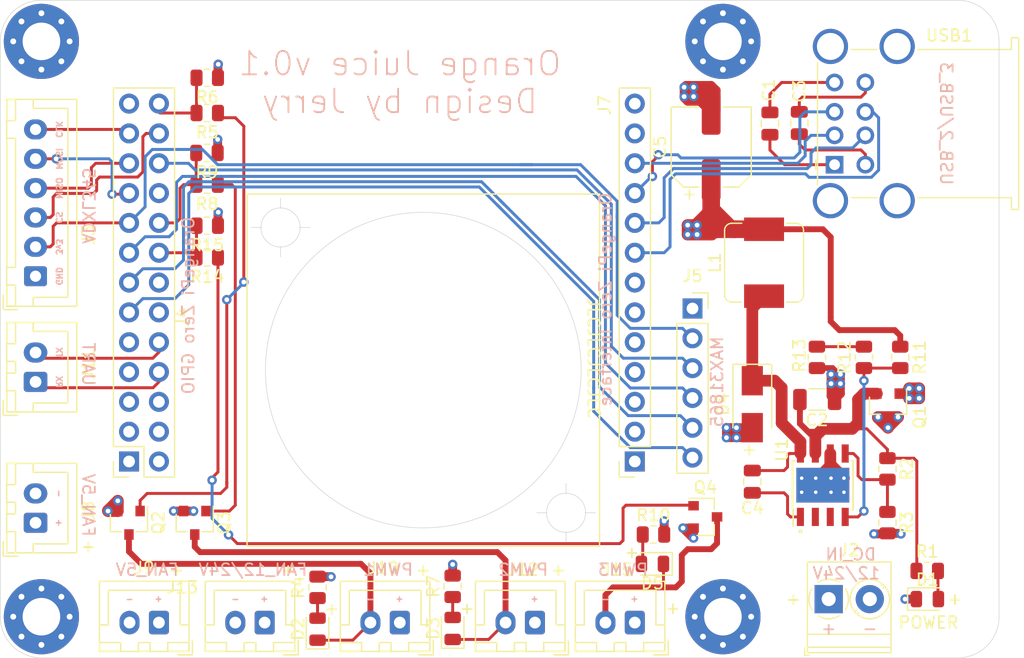
<source format=kicad_pcb>
(kicad_pcb (version 20171130) (host pcbnew "(5.1.12)-1")
  (layers (0 F.Cu signal) (1 In1.Cu power) (2 In2.Cu power) (31 B.Cu signal) (34 B.Paste user) (35 F.Paste user) (36 B.SilkS user hide) (37 F.SilkS user) (38 B.Mask user hide) (39 F.Mask user hide) (44 Edge.Cuts user))
  (net 0 "")
  (net 1 GND)
  (net 2 +5V)
  (net 3 BUCK_IN)
  (net 4 BUCK_BOOT)
  (net 5 BUCK_PH)
  (net 6 "Net-(D1-Pad2)")
  (net 7 "Net-(D2-Pad1)")
  (net 8 "Net-(D2-Pad2)")
  (net 9 "Net-(D3-Pad2)")
  (net 10 "Net-(D3-Pad1)")
  (net 11 "Net-(D5-Pad1)")
  (net 12 "Net-(D5-Pad2)")
  (net 13 USB_DM2)
  (net 14 USB_DP2)
  (net 15 DCIN)
  (net 16 +3V3)
  (net 17 SPI1_CS)
  (net 18 SPI1_MISO)
  (net 19 SPI1_MOSI)
  (net 20 SPI1_CLK)
  (net 21 "Net-(J4-Pad3)")
  (net 22 "Net-(J4-Pad5)")
  (net 23 "Net-(J4-Pad7)")
  (net 24 UART1_RX)
  (net 25 UART1_TX)
  (net 26 "Net-(J4-Pad12)")
  (net 27 GPIO_19)
  (net 28 GPIO_18)
  (net 29 GPIO_10)
  (net 30 USB_DP3)
  (net 31 USB_DM3)
  (net 32 "Net-(J7-Pad1)")
  (net 33 "Net-(J7-Pad2)")
  (net 34 "Net-(J7-Pad3)")
  (net 35 "Net-(J7-Pad4)")
  (net 36 "Net-(J7-Pad5)")
  (net 37 "Net-(J7-Pad6)")
  (net 38 "Net-(J7-Pad7)")
  (net 39 "Net-(Q2-Pad1)")
  (net 40 "Net-(Q3-Pad1)")
  (net 41 "Net-(Q4-Pad1)")
  (net 42 BUCK_EN)
  (net 43 BUCK_VSNS)
  (net 44 "Net-(R12-Pad2)")
  (net 45 "Net-(U1-Pad2)")
  (net 46 "Net-(U1-Pad3)")
  (net 47 "Net-(USB1-Pad9)")
  (net 48 GPIO_1_CS)
  (net 49 GPIO_0_SDI)
  (net 50 GPIO_3_SDO)
  (net 51 GPIO_2_CLK)
  (net 52 "Net-(J4-Pad1)")
  (module Connector_JST:JST_XH_B6B-XH-A_1x06_P2.50mm_Vertical (layer F.Cu) (at 108 89 90)
    (fp_text reference J3 (at 3.5 4.5 270) (layer F.SilkS))
    (fp_text value CONN_ADXL345)
    (pad 6 thru_hole oval (at 12.5 0 90) (size 1.7 1.95) (drill 0.95) (layers *.Cu *.Mask) (net 20 SPI1_CLK))
    (pad 5 thru_hole oval (at 10 0 90) (size 1.7 1.95) (drill 0.95) (layers *.Cu *.Mask) (net 19 SPI1_MOSI))
    (pad 4 thru_hole oval (at 7.5 0 90) (size 1.7 1.95) (drill 0.95) (layers *.Cu *.Mask) (net 18 SPI1_MISO))
    (pad 3 thru_hole oval (at 5 0 90) (size 1.7 1.95) (drill 0.95) (layers *.Cu *.Mask) (net 17 SPI1_CS))
    (pad 2 thru_hole oval (at 2.5 0 90) (size 1.7 1.95) (drill 0.95) (layers *.Cu *.Mask) (net 16 +3V3))
    (pad 1 thru_hole roundrect (at 0 0 90) (size 1.7 1.95) (drill 0.95) (layers *.Cu *.Mask) (roundrect_rratio 0.147059) (net 1 GND))
  )
  (module Connector_PinSocket_2.54mm:PinSocket_2x13_P2.54mm_Vertical (layer F.Cu) (at 115.96 104.78 180)
    (fp_text reference J4 (at -4.54 12.28 90) (layer F.SilkS))
    (fp_text value "OrangePi Zero GPIO PINs")
    (pad 26 thru_hole oval (at -2.54 30.48 180) (size 1.7 1.7) (drill 1) (layers *.Cu *.Mask) (net 29 GPIO_10))
    (pad 25 thru_hole oval (at 0 30.48 180) (size 1.7 1.7) (drill 1) (layers *.Cu *.Mask) (net 1 GND))
    (pad 24 thru_hole oval (at -2.54 27.94 180) (size 1.7 1.7) (drill 1) (layers *.Cu *.Mask) (net 17 SPI1_CS))
    (pad 23 thru_hole oval (at 0 27.94 180) (size 1.7 1.7) (drill 1) (layers *.Cu *.Mask) (net 20 SPI1_CLK))
    (pad 22 thru_hole oval (at -2.54 25.4 180) (size 1.7 1.7) (drill 1) (layers *.Cu *.Mask) (net 51 GPIO_2_CLK))
    (pad 21 thru_hole oval (at 0 25.4 180) (size 1.7 1.7) (drill 1) (layers *.Cu *.Mask) (net 18 SPI1_MISO))
    (pad 20 thru_hole oval (at -2.54 22.86 180) (size 1.7 1.7) (drill 1) (layers *.Cu *.Mask) (net 1 GND))
    (pad 19 thru_hole oval (at 0 22.86 180) (size 1.7 1.7) (drill 1) (layers *.Cu *.Mask) (net 19 SPI1_MOSI))
    (pad 18 thru_hole oval (at -2.54 20.32 180) (size 1.7 1.7) (drill 1) (layers *.Cu *.Mask) (net 28 GPIO_18))
    (pad 17 thru_hole oval (at 0 20.32 180) (size 1.7 1.7) (drill 1) (layers *.Cu *.Mask) (net 16 +3V3))
    (pad 16 thru_hole oval (at -2.54 17.78 180) (size 1.7 1.7) (drill 1) (layers *.Cu *.Mask) (net 27 GPIO_19))
    (pad 15 thru_hole oval (at 0 17.78 180) (size 1.7 1.7) (drill 1) (layers *.Cu *.Mask) (net 50 GPIO_3_SDO))
    (pad 14 thru_hole oval (at -2.54 15.24 180) (size 1.7 1.7) (drill 1) (layers *.Cu *.Mask) (net 1 GND))
    (pad 13 thru_hole oval (at 0 15.24 180) (size 1.7 1.7) (drill 1) (layers *.Cu *.Mask) (net 49 GPIO_0_SDI))
    (pad 12 thru_hole oval (at -2.54 12.7 180) (size 1.7 1.7) (drill 1) (layers *.Cu *.Mask) (net 26 "Net-(J4-Pad12)"))
    (pad 11 thru_hole oval (at 0 12.7 180) (size 1.7 1.7) (drill 1) (layers *.Cu *.Mask) (net 48 GPIO_1_CS))
    (pad 10 thru_hole oval (at -2.54 10.16 180) (size 1.7 1.7) (drill 1) (layers *.Cu *.Mask) (net 25 UART1_TX))
    (pad 9 thru_hole oval (at 0 10.16 180) (size 1.7 1.7) (drill 1) (layers *.Cu *.Mask) (net 1 GND))
    (pad 8 thru_hole oval (at -2.54 7.62 180) (size 1.7 1.7) (drill 1) (layers *.Cu *.Mask) (net 24 UART1_RX))
    (pad 7 thru_hole oval (at 0 7.62 180) (size 1.7 1.7) (drill 1) (layers *.Cu *.Mask) (net 23 "Net-(J4-Pad7)"))
    (pad 6 thru_hole oval (at -2.54 5.08 180) (size 1.7 1.7) (drill 1) (layers *.Cu *.Mask) (net 1 GND))
    (pad 5 thru_hole oval (at 0 5.08 180) (size 1.7 1.7) (drill 1) (layers *.Cu *.Mask) (net 22 "Net-(J4-Pad5)"))
    (pad 4 thru_hole oval (at -2.54 2.54 180) (size 1.7 1.7) (drill 1) (layers *.Cu *.Mask) (net 2 +5V))
    (pad 3 thru_hole oval (at 0 2.54 180) (size 1.7 1.7) (drill 1) (layers *.Cu *.Mask) (net 21 "Net-(J4-Pad3)"))
    (pad 2 thru_hole oval (at -2.54 0 180) (size 1.7 1.7) (drill 1) (layers *.Cu *.Mask) (net 2 +5V))
    (pad 1 thru_hole rect (at 0 0 180) (size 1.7 1.7) (drill 1) (layers *.Cu *.Mask) (net 52 "Net-(J4-Pad1)"))
  )
  (module Capacitor_SMD:CP_Elec_6.3x5.4 (layer F.Cu) (at 165.5 78 90)
    (fp_text reference C5 (at 0 -4.35 90) (layer F.SilkS))
    (fp_text value 220u)
    (pad 2 smd roundrect (at 2.8 0 90) (size 3.5 1.6) (layers F.Cu F.Paste F.Mask) (roundrect_rratio 0.15625) (net 1 GND))
    (pad 1 smd roundrect (at -2.8 0 90) (size 3.5 1.6) (layers F.Cu F.Paste F.Mask) (roundrect_rratio 0.15625) (net 2 +5V))
  )
  (module Package_SO:TI_SO-PowerPAD-8_ThermalVias (layer F.Cu) (at 175 106.8 90)
    (fp_text reference U1 (at 3 -3.5 90) (layer F.SilkS))
    (fp_text value TPS5430)
    (pad 9 thru_hole circle (at 0.6 1.8 90) (size 0.6 0.6) (drill 0.3) (layers *.Cu) (net 1 GND))
    (pad 9 thru_hole circle (at 0.6 0.7 90) (size 0.6 0.6) (drill 0.3) (layers *.Cu) (net 1 GND))
    (pad 9 thru_hole circle (at -0.6 0.7 90) (size 0.6 0.6) (drill 0.3) (layers *.Cu) (net 1 GND))
    (pad 9 thru_hole circle (at -0.6 1.8 90) (size 0.6 0.6) (drill 0.3) (layers *.Cu) (net 1 GND))
    (pad 9 thru_hole circle (at 0.6 -1.8 90) (size 0.6 0.6) (drill 0.3) (layers *.Cu) (net 1 GND))
    (pad 9 thru_hole circle (at 0.6 -0.6 90) (size 0.6 0.6) (drill 0.3) (layers *.Cu) (net 1 GND))
    (pad 9 thru_hole circle (at -0.6 -0.6 90) (size 0.6 0.6) (drill 0.3) (layers *.Cu) (net 1 GND))
    (pad 9 thru_hole circle (at -0.6 -1.8 90) (size 0.6 0.6) (drill 0.3) (layers *.Cu) (net 1 GND))
    (pad 9 smd rect (at 0 0 90) (size 2.95 4.5) (layers B.Cu) (net 1 GND))
    (pad 8 smd rect (at 2.7 -1.905 90) (size 1.55 0.6) (layers F.Cu F.Paste F.Mask) (net 5 BUCK_PH))
    (pad 7 smd rect (at 2.7 -0.635 90) (size 1.55 0.6) (layers F.Cu F.Paste F.Mask) (net 3 BUCK_IN))
    (pad 6 smd rect (at 2.7 0.635 90) (size 1.55 0.6) (layers F.Cu F.Paste F.Mask) (net 1 GND))
    (pad 5 smd rect (at 2.7 1.905 90) (size 1.55 0.6) (layers F.Cu F.Paste F.Mask) (net 42 BUCK_EN))
    (pad 4 smd rect (at -2.7 1.905 90) (size 1.55 0.6) (layers F.Cu F.Paste F.Mask) (net 43 BUCK_VSNS))
    (pad 3 smd rect (at -2.7 0.635 90) (size 1.55 0.6) (layers F.Cu F.Paste F.Mask) (net 46 "Net-(U1-Pad3)"))
    (pad 2 smd rect (at -2.7 -0.635 90) (size 1.55 0.6) (layers F.Cu F.Paste F.Mask) (net 45 "Net-(U1-Pad2)"))
    (pad 1 smd rect (at -2.7 -1.905 90) (size 1.55 0.6) (layers F.Cu F.Paste F.Mask) (net 4 BUCK_BOOT))
    (pad 9 smd rect (at 0 0 90) (size 2.95 4.5) (layers F.Cu) (net 1 GND))
    (pad 9 smd rect (at 0 0 90) (size 2.6 3.1) (layers F.Cu F.Paste F.Mask) (net 1 GND))
  )
  (module Connector_USB:USB_A_Wuerth_61400826021_Horizontal_Stacked (layer F.Cu) (at 176 79.5 90)
    (fp_text reference USB1 (at 11 9.75 180) (layer F.SilkS))
    (fp_text value USB_A_Port_x2)
    (pad 9 thru_hole circle (at 10.07 -0.35 90) (size 3 3) (drill 2.3) (layers *.Cu *.Mask) (net 47 "Net-(USB1-Pad9)"))
    (pad 9 thru_hole circle (at -3.07 -0.35 90) (size 3 3) (drill 2.3) (layers *.Cu *.Mask) (net 47 "Net-(USB1-Pad9)"))
    (pad 1 thru_hole rect (at 0 0 90) (size 1.5 1.5) (drill 0.92) (layers *.Cu *.Mask) (net 2 +5V))
    (pad 2 thru_hole circle (at 2.5 0 90) (size 1.5 1.5) (drill 0.92) (layers *.Cu *.Mask) (net 13 USB_DM2))
    (pad 3 thru_hole circle (at 4.5 0 90) (size 1.5 1.5) (drill 0.92) (layers *.Cu *.Mask) (net 14 USB_DP2))
    (pad 4 thru_hole circle (at 7 0 90) (size 1.5 1.5) (drill 0.92) (layers *.Cu *.Mask) (net 1 GND))
    (pad 9 thru_hole circle (at -3.07 5.33 90) (size 3 3) (drill 2.3) (layers *.Cu *.Mask) (net 47 "Net-(USB1-Pad9)"))
    (pad 9 thru_hole circle (at 10.07 5.33 90) (size 3 3) (drill 2.3) (layers *.Cu *.Mask) (net 47 "Net-(USB1-Pad9)"))
    (pad 5 thru_hole circle (at 0 2.62 90) (size 1.5 1.5) (drill 0.92) (layers *.Cu *.Mask) (net 2 +5V))
    (pad 6 thru_hole circle (at 2.5 2.62 90) (size 1.5 1.5) (drill 0.92) (layers *.Cu *.Mask) (net 31 USB_DM3))
    (pad 7 thru_hole circle (at 4.5 2.62 90) (size 1.5 1.5) (drill 0.92) (layers *.Cu *.Mask) (net 30 USB_DP3))
    (pad 8 thru_hole circle (at 7 2.62 90) (size 1.5 1.5) (drill 0.92) (layers *.Cu *.Mask) (net 1 GND))
  )
  (module Capacitor_SMD:C_0805_2012Metric (layer F.Cu) (at 170.5 76 90)
    (fp_text reference C1 (at 2.85 -0.1 90) (layer F.SilkS))
    (fp_text value 22u)
    (pad 2 smd roundrect (at 0.95 0 90) (size 1 1.45) (layers F.Cu F.Paste F.Mask) (net 1 GND))
    (pad 1 smd roundrect (at -0.95 0 90) (size 1 1.45) (layers F.Cu F.Paste F.Mask) (net 2 +5V))
  )
  (module Capacitor_SMD:C_1206_3216Metric (layer F.Cu) (at 174.525 99.5)
    (fp_text reference C2 (at -0.025 1.75) (layer F.SilkS))
    (fp_text value 10u)
    (pad 2 smd roundrect (at 1.475 0) (size 1.15 1.8) (layers F.Cu F.Paste F.Mask) (roundrect_rratio 0.217391) (net 1 GND))
    (pad 1 smd roundrect (at -1.475 0) (size 1.15 1.8) (layers F.Cu F.Paste F.Mask) (roundrect_rratio 0.217391) (net 3 BUCK_IN))
  )
  (module Capacitor_SMD:C_0805_2012Metric (layer F.Cu) (at 173 75.95 90)
    (fp_text reference C3 (at 2.7 0 90) (layer F.SilkS))
    (fp_text value 22u)
    (pad 2 smd roundrect (at 0.95 0 90) (size 1 1.45) (layers F.Cu F.Paste F.Mask) (net 1 GND))
    (pad 1 smd roundrect (at -0.95 0 90) (size 1 1.45) (layers F.Cu F.Paste F.Mask) (net 2 +5V))
  )
  (module Capacitor_SMD:C_0805_2012Metric (layer F.Cu) (at 169 106.5 90)
    (fp_text reference C4 (at -2.25 0 180) (layer F.SilkS))
    (fp_text value 10n)
    (pad 2 smd roundrect (at 0.95 0 90) (size 1 1.45) (layers F.Cu F.Paste F.Mask) (net 5 BUCK_PH))
    (pad 1 smd roundrect (at -0.95 0 90) (size 1 1.45) (layers F.Cu F.Paste F.Mask) (net 4 BUCK_BOOT))
  )
  (module LED_SMD:LED_0805_2012Metric (layer F.Cu) (at 183.9 116.5)
    (fp_text reference D1 (at 0 -1.65) (layer F.SilkS))
    (fp_text value PWR_LED)
    (pad 2 smd roundrect (at 0.9375 0) (size 0.975 1.4) (layers F.Cu F.Paste F.Mask) (net 6 "Net-(D1-Pad2)"))
    (pad 1 smd roundrect (at -0.9375 0) (size 0.975 1.4) (layers F.Cu F.Paste F.Mask) (net 1 GND))
  )
  (module LED_SMD:LED_0805_2012Metric (layer F.Cu) (at 132 119.0625 90)
    (fp_text reference D2 (at 0 -1.65 90) (layer F.SilkS))
    (fp_text value PWM1_STATUS)
    (pad 2 smd roundrect (at 0.9375 0 90) (size 0.975 1.4) (layers F.Cu F.Paste F.Mask) (net 8 "Net-(D2-Pad2)"))
    (pad 1 smd roundrect (at -0.9375 0 90) (size 0.975 1.4) (layers F.Cu F.Paste F.Mask) (net 7 "Net-(D2-Pad1)"))
  )
  (module LED_SMD:LED_0805_2012Metric (layer F.Cu) (at 143.5 119 90)
    (fp_text reference D3 (at 0 -1.65 90) (layer F.SilkS))
    (fp_text value PWM2_STATUS)
    (pad 2 smd roundrect (at 0.9375 0 90) (size 0.975 1.4) (layers F.Cu F.Paste F.Mask) (net 9 "Net-(D3-Pad2)"))
    (pad 1 smd roundrect (at -0.9375 0 90) (size 0.975 1.4) (layers F.Cu F.Paste F.Mask) (net 10 "Net-(D3-Pad1)"))
  )
  (module Diode_SMD:D_SMA (layer F.Cu) (at 169 99.9 270)
    (fp_text reference D4 (at 0 2.5 270) (layer F.SilkS))
    (fp_text value B340A)
    (pad 2 smd rect (at 2 0 270) (size 2.5 1.8) (layers F.Cu F.Paste F.Mask) (net 1 GND))
    (pad 1 smd rect (at -2 0 270) (size 2.5 1.8) (layers F.Cu F.Paste F.Mask) (net 5 BUCK_PH))
  )
  (module LED_SMD:LED_0805_2012Metric (layer F.Cu) (at 160.5 113.5 180)
    (fp_text reference D5 (at 0 -1.65) (layer F.SilkS))
    (fp_text value PWM3_STATUS)
    (pad 2 smd roundrect (at 0.9375 0 180) (size 0.975 1.4) (layers F.Cu F.Paste F.Mask) (net 12 "Net-(D5-Pad2)"))
    (pad 1 smd roundrect (at -0.9375 0 180) (size 0.975 1.4) (layers F.Cu F.Paste F.Mask) (net 11 "Net-(D5-Pad1)"))
  )
  (module TerminalBlock_Phoenix:TerminalBlock_Phoenix_PT-1,5-2-3.5-H_1x02_P3.50mm_Horizontal (layer F.Cu) (at 175.5 116.5)
    (fp_text reference J2 (at 1.75 -4.16) (layer F.SilkS))
    (fp_text value DC_INPUT)
    (pad 2 thru_hole circle (at 3.5 0) (size 2.4 2.4) (drill 1.2) (layers *.Cu *.Mask) (net 1 GND))
    (pad 1 thru_hole rect (at 0 0) (size 2.4 2.4) (drill 1.2) (layers *.Cu *.Mask) (net 15 DCIN))
  )
  (module Connector_PinSocket_2.54mm:PinSocket_1x13_P2.54mm_Vertical (layer F.Cu) (at 159 104.78 180)
    (fp_text reference J7 (at 2.575 30.355 90) (layer F.SilkS))
    (fp_text value "OrangePi Zero Function Interface")
    (pad 13 thru_hole oval (at 0 30.48 180) (size 1.7 1.7) (drill 1) (layers *.Cu *.Mask) (net 2 +5V))
    (pad 12 thru_hole oval (at 0 27.94 180) (size 1.7 1.7) (drill 1) (layers *.Cu *.Mask) (net 1 GND))
    (pad 11 thru_hole oval (at 0 25.4 180) (size 1.7 1.7) (drill 1) (layers *.Cu *.Mask) (net 13 USB_DM2))
    (pad 10 thru_hole oval (at 0 22.86 180) (size 1.7 1.7) (drill 1) (layers *.Cu *.Mask) (net 14 USB_DP2))
    (pad 9 thru_hole oval (at 0 20.32 180) (size 1.7 1.7) (drill 1) (layers *.Cu *.Mask) (net 31 USB_DM3))
    (pad 8 thru_hole oval (at 0 17.78 180) (size 1.7 1.7) (drill 1) (layers *.Cu *.Mask) (net 30 USB_DP3))
    (pad 7 thru_hole oval (at 0 15.24 180) (size 1.7 1.7) (drill 1) (layers *.Cu *.Mask) (net 38 "Net-(J7-Pad7)"))
    (pad 6 thru_hole oval (at 0 12.7 180) (size 1.7 1.7) (drill 1) (layers *.Cu *.Mask) (net 37 "Net-(J7-Pad6)"))
    (pad 5 thru_hole oval (at 0 10.16 180) (size 1.7 1.7) (drill 1) (layers *.Cu *.Mask) (net 36 "Net-(J7-Pad5)"))
    (pad 4 thru_hole oval (at 0 7.62 180) (size 1.7 1.7) (drill 1) (layers *.Cu *.Mask) (net 35 "Net-(J7-Pad4)"))
    (pad 3 thru_hole oval (at 0 5.08 180) (size 1.7 1.7) (drill 1) (layers *.Cu *.Mask) (net 34 "Net-(J7-Pad3)"))
    (pad 2 thru_hole oval (at 0 2.54 180) (size 1.7 1.7) (drill 1) (layers *.Cu *.Mask) (net 33 "Net-(J7-Pad2)"))
    (pad 1 thru_hole rect (at 0 0 180) (size 1.7 1.7) (drill 1) (layers *.Cu *.Mask) (net 32 "Net-(J7-Pad1)"))
  )
  (module Connector_JST:JST_XH_B2B-XH-A_1x02_P2.50mm_Vertical (layer F.Cu) (at 108 110 90)
    (fp_text reference J8 (at 1 4.5 270) (layer F.SilkS))
    (fp_text value FAN_5v)
    (pad 2 thru_hole oval (at 2.5 0 90) (size 1.7 2) (drill 1) (layers *.Cu *.Mask) (net 1 GND))
    (pad 1 thru_hole roundrect (at 0 0 90) (size 1.7 2) (drill 1) (layers *.Cu *.Mask) (roundrect_rratio 0.147059) (net 2 +5V))
  )
  (module Connector_JST:JST_XH_B2B-XH-A_1x02_P2.50mm_Vertical (layer F.Cu) (at 118.5 118.5 180)
    (fp_text reference J9 (at 1.25 4.65) (layer F.SilkS))
    (fp_text value PWR_5v)
    (pad 2 thru_hole oval (at 2.5 0 180) (size 1.7 2) (drill 1) (layers *.Cu *.Mask) (net 1 GND))
    (pad 1 thru_hole roundrect (at 0 0 180) (size 1.7 2) (drill 1) (layers *.Cu *.Mask) (roundrect_rratio 0.147059) (net 2 +5V))
  )
  (module Connector_JST:JST_XH_B2B-XH-A_1x02_P2.50mm_Vertical (layer F.Cu) (at 139 118.5 180)
    (fp_text reference J10 (at 1.4 4.65) (layer F.SilkS))
    (fp_text value PWM_OUT1)
    (pad 2 thru_hole oval (at 2.5 0 180) (size 1.7 2) (drill 1) (layers *.Cu *.Mask) (net 7 "Net-(D2-Pad1)"))
    (pad 1 thru_hole roundrect (at 0 0 180) (size 1.7 2) (drill 1) (layers *.Cu *.Mask) (roundrect_rratio 0.147059) (net 15 DCIN))
  )
  (module Connector_JST:JST_XH_B2B-XH-A_1x02_P2.50mm_Vertical (layer F.Cu) (at 108 98 90)
    (fp_text reference J11 (at 1.5 4.5 90) (layer F.SilkS))
    (fp_text value CONN_UART)
    (pad 2 thru_hole oval (at 2.5 0 90) (size 1.7 2) (drill 1) (layers *.Cu *.Mask) (net 25 UART1_TX))
    (pad 1 thru_hole roundrect (at 0 0 90) (size 1.7 2) (drill 1) (layers *.Cu *.Mask) (roundrect_rratio 0.147059) (net 24 UART1_RX))
  )
  (module Connector_JST:JST_XH_B2B-XH-A_1x02_P2.50mm_Vertical (layer F.Cu) (at 150.5 118.5 180)
    (fp_text reference J12 (at 1 4.5) (layer F.SilkS))
    (fp_text value PWM_OUT2)
    (pad 2 thru_hole oval (at 2.5 0 180) (size 1.7 2) (drill 1) (layers *.Cu *.Mask) (net 10 "Net-(D3-Pad1)"))
    (pad 1 thru_hole roundrect (at 0 0 180) (size 1.7 2) (drill 1) (layers *.Cu *.Mask) (roundrect_rratio 0.147059) (net 15 DCIN))
  )
  (module Connector_JST:JST_XH_B2B-XH-A_1x02_P2.50mm_Vertical (layer F.Cu) (at 127.5 118.5 180)
    (fp_text reference J13 (at 7 3) (layer F.SilkS))
    (fp_text value FAN_12/24v)
    (pad 2 thru_hole oval (at 2.5 0 180) (size 1.7 2) (drill 1) (layers *.Cu *.Mask) (net 1 GND))
    (pad 1 thru_hole roundrect (at 0 0 180) (size 1.7 2) (drill 1) (layers *.Cu *.Mask) (roundrect_rratio 0.147059) (net 15 DCIN))
  )
  (module Connector_JST:JST_XH_B2B-XH-A_1x02_P2.50mm_Vertical (layer F.Cu) (at 159 118.5 180)
    (fp_text reference J15 (at 1.5 4.5) (layer F.SilkS))
    (fp_text value PWM_OUT3)
    (pad 2 thru_hole oval (at 2.5 0 180) (size 1.7 2) (drill 1) (layers *.Cu *.Mask) (net 11 "Net-(D5-Pad1)"))
    (pad 1 thru_hole roundrect (at 0 0 180) (size 1.7 2) (drill 1) (layers *.Cu *.Mask) (roundrect_rratio 0.147059) (net 15 DCIN))
  )
  (module Inductor_SMD:L_Sumida_CDMC6D28_7.25x6.5mm (layer F.Cu) (at 170 87.85 90)
    (fp_text reference L1 (at 0 -4.2 90) (layer F.SilkS))
    (fp_text value 15u)
    (pad 2 smd rect (at 2.85 0 90) (size 2 3.4) (layers F.Cu F.Paste F.Mask) (net 2 +5V))
    (pad 1 smd rect (at -2.85 0 90) (size 2 3.4) (layers F.Cu F.Paste F.Mask) (net 5 BUCK_PH))
  )
  (module Package_TO_SOT_SMD:SOT-23 (layer F.Cu) (at 180.55 100 270)
    (fp_text reference Q1 (at 1 -2.7 90) (layer F.SilkS))
    (fp_text value AO3401A)
    (pad 3 smd rect (at 1 0 270) (size 0.9 0.8) (layers F.Cu F.Paste F.Mask) (net 15 DCIN))
    (pad 2 smd rect (at -1 0.95 270) (size 0.9 0.8) (layers F.Cu F.Paste F.Mask) (net 3 BUCK_IN))
    (pad 1 smd rect (at -1 -0.95 270) (size 0.9 0.8) (layers F.Cu F.Paste F.Mask) (net 1 GND))
  )
  (module Package_TO_SOT_SMD:SOT-23 (layer F.Cu) (at 115.95 110 270)
    (fp_text reference Q2 (at 0 -2.5 90) (layer F.SilkS))
    (fp_text value AO3400A)
    (pad 3 smd rect (at 1 0 270) (size 0.9 0.8) (layers F.Cu F.Paste F.Mask) (net 7 "Net-(D2-Pad1)"))
    (pad 2 smd rect (at -1 0.95 270) (size 0.9 0.8) (layers F.Cu F.Paste F.Mask) (net 1 GND))
    (pad 1 smd rect (at -1 -0.95 270) (size 0.9 0.8) (layers F.Cu F.Paste F.Mask) (net 39 "Net-(Q2-Pad1)"))
  )
  (module Package_TO_SOT_SMD:SOT-23 (layer F.Cu) (at 121.55 110 270)
    (fp_text reference Q3 (at 0 -2.5 90) (layer F.SilkS))
    (fp_text value AO3400A)
    (pad 3 smd rect (at 1 0 270) (size 0.9 0.8) (layers F.Cu F.Paste F.Mask) (net 10 "Net-(D3-Pad1)"))
    (pad 2 smd rect (at -1 0.95 270) (size 0.9 0.8) (layers F.Cu F.Paste F.Mask) (net 1 GND))
    (pad 1 smd rect (at -1 -0.95 270) (size 0.9 0.8) (layers F.Cu F.Paste F.Mask) (net 40 "Net-(Q3-Pad1)"))
  )
  (module Package_TO_SOT_SMD:SOT-23 (layer F.Cu) (at 165 109.5)
    (fp_text reference Q4 (at 0 -2.5) (layer F.SilkS))
    (fp_text value AO3400A)
    (pad 3 smd rect (at 1 0) (size 0.9 0.8) (layers F.Cu F.Paste F.Mask) (net 11 "Net-(D5-Pad1)"))
    (pad 2 smd rect (at -1 0.95) (size 0.9 0.8) (layers F.Cu F.Paste F.Mask) (net 1 GND))
    (pad 1 smd rect (at -1 -0.95) (size 0.9 0.8) (layers F.Cu F.Paste F.Mask) (net 41 "Net-(Q4-Pad1)"))
  )
  (module Resistor_SMD:R_0805_2012Metric (layer F.Cu) (at 183.8875 114.1)
    (fp_text reference R1 (at 0 -1.65) (layer F.SilkS))
    (fp_text value 4k7)
    (pad 2 smd roundrect (at 0.9125 0) (size 1.025 1.4) (layers F.Cu F.Paste F.Mask) (roundrect_rratio 0.243902) (net 6 "Net-(D1-Pad2)"))
    (pad 1 smd roundrect (at -0.9125 0) (size 1.025 1.4) (layers F.Cu F.Paste F.Mask) (roundrect_rratio 0.243902) (net 3 BUCK_IN))
  )
  (module Resistor_SMD:R_0805_2012Metric (layer F.Cu) (at 180.5 105.4125 270)
    (fp_text reference R2 (at 0 -1.65 90) (layer F.SilkS))
    (fp_text value 100k)
    (pad 2 smd roundrect (at 0.9125 0 270) (size 1.025 1.4) (layers F.Cu F.Paste F.Mask) (roundrect_rratio 0.243902) (net 42 BUCK_EN))
    (pad 1 smd roundrect (at -0.9125 0 270) (size 1.025 1.4) (layers F.Cu F.Paste F.Mask) (roundrect_rratio 0.243902) (net 3 BUCK_IN))
  )
  (module Resistor_SMD:R_0805_2012Metric (layer F.Cu) (at 180.5 109.9875 270)
    (fp_text reference R3 (at 0 -1.65 90) (layer F.SilkS))
    (fp_text value 21k)
    (pad 2 smd roundrect (at 0.9125 0 270) (size 1.025 1.4) (layers F.Cu F.Paste F.Mask) (roundrect_rratio 0.243902) (net 1 GND))
    (pad 1 smd roundrect (at -0.9125 0 270) (size 1.025 1.4) (layers F.Cu F.Paste F.Mask) (roundrect_rratio 0.243902) (net 42 BUCK_EN))
  )
  (module Resistor_SMD:R_0805_2012Metric (layer F.Cu) (at 132 115.5 90)
    (fp_text reference R4 (at 0 -1.65 90) (layer F.SilkS))
    (fp_text value 4k7)
    (pad 2 smd roundrect (at 0.9125 0 90) (size 1.025 1.4) (layers F.Cu F.Paste F.Mask) (roundrect_rratio 0.243902) (net 15 DCIN))
    (pad 1 smd roundrect (at -0.9125 0 90) (size 1.025 1.4) (layers F.Cu F.Paste F.Mask) (roundrect_rratio 0.243902) (net 8 "Net-(D2-Pad2)"))
  )
  (module Resistor_SMD:R_0805_2012Metric (layer F.Cu) (at 122.6125 75.1 180)
    (fp_text reference R5 (at 0 -1.65) (layer F.SilkS))
    (fp_text value 100)
    (pad 2 smd roundrect (at 0.9125 0 180) (size 1.025 1.4) (layers F.Cu F.Paste F.Mask) (roundrect_rratio 0.243902) (net 29 GPIO_10))
    (pad 1 smd roundrect (at -0.9125 0 180) (size 1.025 1.4) (layers F.Cu F.Paste F.Mask) (roundrect_rratio 0.243902) (net 39 "Net-(Q2-Pad1)"))
  )
  (module Resistor_SMD:R_0805_2012Metric (layer F.Cu) (at 122.6125 72.1 180)
    (fp_text reference R6 (at 0 -1.65) (layer F.SilkS))
    (fp_text value 10k)
    (pad 2 smd roundrect (at 0.9125 0 180) (size 1.025 1.4) (layers F.Cu F.Paste F.Mask) (roundrect_rratio 0.243902) (net 29 GPIO_10))
    (pad 1 smd roundrect (at -0.9125 0 180) (size 1.025 1.4) (layers F.Cu F.Paste F.Mask) (roundrect_rratio 0.243902) (net 1 GND))
  )
  (module Resistor_SMD:R_0805_2012Metric (layer F.Cu) (at 143.5 115.4125 90)
    (fp_text reference R7 (at 0 -1.65 90) (layer F.SilkS))
    (fp_text value 4k7)
    (pad 2 smd roundrect (at 0.9125 0 90) (size 1.025 1.4) (layers F.Cu F.Paste F.Mask) (roundrect_rratio 0.243902) (net 15 DCIN))
    (pad 1 smd roundrect (at -0.9125 0 90) (size 1.025 1.4) (layers F.Cu F.Paste F.Mask) (roundrect_rratio 0.243902) (net 9 "Net-(D3-Pad2)"))
  )
  (module Resistor_SMD:R_0805_2012Metric (layer F.Cu) (at 122.6 81.2 180)
    (fp_text reference R8 (at 0 -1.65) (layer F.SilkS))
    (fp_text value 100)
    (pad 2 smd roundrect (at 0.9125 0 180) (size 1.025 1.4) (layers F.Cu F.Paste F.Mask) (roundrect_rratio 0.243902) (net 28 GPIO_18))
    (pad 1 smd roundrect (at -0.9125 0 180) (size 1.025 1.4) (layers F.Cu F.Paste F.Mask) (roundrect_rratio 0.243902) (net 40 "Net-(Q3-Pad1)"))
  )
  (module Resistor_SMD:R_0805_2012Metric (layer F.Cu) (at 122.5875 78.5 180)
    (fp_text reference R9 (at 0 -1.65) (layer F.SilkS))
    (fp_text value 10k)
    (pad 2 smd roundrect (at 0.9125 0 180) (size 1.025 1.4) (layers F.Cu F.Paste F.Mask) (roundrect_rratio 0.243902) (net 28 GPIO_18))
    (pad 1 smd roundrect (at -0.9125 0 180) (size 1.025 1.4) (layers F.Cu F.Paste F.Mask) (roundrect_rratio 0.243902) (net 1 GND))
  )
  (module Resistor_SMD:R_0805_2012Metric (layer F.Cu) (at 160.5875 111)
    (fp_text reference R10 (at 0 -1.65) (layer F.SilkS))
    (fp_text value 4k7)
    (pad 2 smd roundrect (at 0.9125 0) (size 1.025 1.4) (layers F.Cu F.Paste F.Mask) (roundrect_rratio 0.243902) (net 15 DCIN))
    (pad 1 smd roundrect (at -0.9125 0) (size 1.025 1.4) (layers F.Cu F.Paste F.Mask) (roundrect_rratio 0.243902) (net 12 "Net-(D5-Pad2)"))
  )
  (module Resistor_SMD:R_0805_2012Metric (layer F.Cu) (at 181.59 95.91 270)
    (fp_text reference R11 (at 0 -1.65 90) (layer F.SilkS))
    (fp_text value 10k)
    (pad 2 smd roundrect (at 0.9125 0 270) (size 1.025 1.4) (layers F.Cu F.Paste F.Mask) (roundrect_rratio 0.243902) (net 43 BUCK_VSNS))
    (pad 1 smd roundrect (at -0.9125 0 270) (size 1.025 1.4) (layers F.Cu F.Paste F.Mask) (roundrect_rratio 0.243902) (net 2 +5V))
  )
  (module Resistor_SMD:R_0805_2012Metric (layer F.Cu) (at 178.5 95.9125 90)
    (fp_text reference R12 (at 0 -1.65 90) (layer F.SilkS))
    (fp_text value 3k)
    (pad 2 smd roundrect (at 0.9125 0 90) (size 1.025 1.4) (layers F.Cu F.Paste F.Mask) (roundrect_rratio 0.243902) (net 44 "Net-(R12-Pad2)"))
    (pad 1 smd roundrect (at -0.9125 0 90) (size 1.025 1.4) (layers F.Cu F.Paste F.Mask) (roundrect_rratio 0.243902) (net 43 BUCK_VSNS))
  )
  (module Resistor_SMD:R_0805_2012Metric (layer F.Cu) (at 174.5 95.9125 270)
    (fp_text reference R13 (at -0.1625 1.5 90) (layer F.SilkS))
    (fp_text value 240)
    (pad 2 smd roundrect (at 0.9125 0 270) (size 1.025 1.4) (layers F.Cu F.Paste F.Mask) (roundrect_rratio 0.243902) (net 1 GND))
    (pad 1 smd roundrect (at -0.9125 0 270) (size 1.025 1.4) (layers F.Cu F.Paste F.Mask) (roundrect_rratio 0.243902) (net 44 "Net-(R12-Pad2)"))
  )
  (module Resistor_SMD:R_0805_2012Metric (layer F.Cu) (at 122.6125 87.4 180)
    (fp_text reference R14 (at 0 -1.65) (layer F.SilkS))
    (fp_text value 100)
    (pad 2 smd roundrect (at 0.9125 0 180) (size 1.025 1.4) (layers F.Cu F.Paste F.Mask) (roundrect_rratio 0.243902) (net 27 GPIO_19))
    (pad 1 smd roundrect (at -0.9125 0 180) (size 1.025 1.4) (layers F.Cu F.Paste F.Mask) (roundrect_rratio 0.243902) (net 41 "Net-(Q4-Pad1)"))
  )
  (module Resistor_SMD:R_0805_2012Metric (layer F.Cu) (at 122.6125 84.7 180)
    (fp_text reference R15 (at 0 -1.65) (layer F.SilkS))
    (fp_text value 10k)
    (pad 2 smd roundrect (at 0.9125 0 180) (size 1.025 1.4) (layers F.Cu F.Paste F.Mask) (roundrect_rratio 0.243902) (net 27 GPIO_19))
    (pad 1 smd roundrect (at -0.9125 0 180) (size 1.025 1.4) (layers F.Cu F.Paste F.Mask) (roundrect_rratio 0.243902) (net 1 GND))
  )
  (module Connector_PinSocket_2.54mm:PinSocket_1x06_P2.54mm_Vertical (layer F.Cu) (at 163.91 91.75)
    (fp_text reference J5 (at 0 -2.77) (layer F.SilkS))
    (fp_text value Conn_MAX31865)
    (pad 6 thru_hole oval (at 0 12.7) (size 1.7 1.7) (drill 1) (layers *.Cu *.Mask) (net 48 GPIO_1_CS))
    (pad 5 thru_hole oval (at 0 10.16) (size 1.7 1.7) (drill 1) (layers *.Cu *.Mask) (net 49 GPIO_0_SDI))
    (pad 4 thru_hole oval (at 0 7.62) (size 1.7 1.7) (drill 1) (layers *.Cu *.Mask) (net 50 GPIO_3_SDO))
    (pad 3 thru_hole oval (at 0 5.08) (size 1.7 1.7) (drill 1) (layers *.Cu *.Mask) (net 51 GPIO_2_CLK))
    (pad 2 thru_hole oval (at 0 2.54) (size 1.7 1.7) (drill 1) (layers *.Cu *.Mask) (net 16 +3V3))
    (pad 1 thru_hole rect (at 0 0) (size 1.7 1.7) (drill 1) (layers *.Cu *.Mask) (net 1 GND))
  )
  (module MountingHole:MountingHole_3.2mm_M3_Pad_Via (layer F.Cu) (at 108.5 69)
    (fp_text reference H1 hide)
    (fp_text value MH_Board)
    (pad 1 thru_hole circle (at 1.697056 -1.697056) (size 0.8 0.8) (drill 0.5) (layers *.Cu *.Mask))
    (pad 1 thru_hole circle (at 0 -2.4) (size 0.8 0.8) (drill 0.5) (layers *.Cu *.Mask))
    (pad 1 thru_hole circle (at -1.697056 -1.697056) (size 0.8 0.8) (drill 0.5) (layers *.Cu *.Mask))
    (pad 1 thru_hole circle (at -2.4 0) (size 0.8 0.8) (drill 0.5) (layers *.Cu *.Mask))
    (pad 1 thru_hole circle (at -1.697056 1.697056) (size 0.8 0.8) (drill 0.5) (layers *.Cu *.Mask))
    (pad 1 thru_hole circle (at 0 2.4) (size 0.8 0.8) (drill 0.5) (layers *.Cu *.Mask))
    (pad 1 thru_hole circle (at 1.697056 1.697056) (size 0.8 0.8) (drill 0.5) (layers *.Cu *.Mask))
    (pad 1 thru_hole circle (at 2.4 0) (size 0.8 0.8) (drill 0.5) (layers *.Cu *.Mask))
    (pad 1 thru_hole circle (at 0 0) (size 6.4 6.4) (drill 3.2) (layers *.Cu *.Mask))
  )
  (module MountingHole:MountingHole_3.2mm_M3_Pad_Via (layer F.Cu) (at 108.5 118)
    (fp_text reference H2 hide)
    (fp_text value MH_Board)
    (pad 1 thru_hole circle (at 1.697056 -1.697056) (size 0.8 0.8) (drill 0.5) (layers *.Cu *.Mask))
    (pad 1 thru_hole circle (at 0 -2.4) (size 0.8 0.8) (drill 0.5) (layers *.Cu *.Mask))
    (pad 1 thru_hole circle (at -1.697056 -1.697056) (size 0.8 0.8) (drill 0.5) (layers *.Cu *.Mask))
    (pad 1 thru_hole circle (at -2.4 0) (size 0.8 0.8) (drill 0.5) (layers *.Cu *.Mask))
    (pad 1 thru_hole circle (at -1.697056 1.697056) (size 0.8 0.8) (drill 0.5) (layers *.Cu *.Mask))
    (pad 1 thru_hole circle (at 0 2.4) (size 0.8 0.8) (drill 0.5) (layers *.Cu *.Mask))
    (pad 1 thru_hole circle (at 1.697056 1.697056) (size 0.8 0.8) (drill 0.5) (layers *.Cu *.Mask))
    (pad 1 thru_hole circle (at 2.4 0) (size 0.8 0.8) (drill 0.5) (layers *.Cu *.Mask))
    (pad 1 thru_hole circle (at 0 0) (size 6.4 6.4) (drill 3.2) (layers *.Cu *.Mask))
  )
  (module MountingHole:MountingHole_3.2mm_M3_Pad_Via (layer F.Cu) (at 166.5 118)
    (fp_text reference H3 hide)
    (fp_text value MH_Board)
    (pad 1 thru_hole circle (at 1.697056 -1.697056) (size 0.8 0.8) (drill 0.5) (layers *.Cu *.Mask))
    (pad 1 thru_hole circle (at 0 -2.4) (size 0.8 0.8) (drill 0.5) (layers *.Cu *.Mask))
    (pad 1 thru_hole circle (at -1.697056 -1.697056) (size 0.8 0.8) (drill 0.5) (layers *.Cu *.Mask))
    (pad 1 thru_hole circle (at -2.4 0) (size 0.8 0.8) (drill 0.5) (layers *.Cu *.Mask))
    (pad 1 thru_hole circle (at -1.697056 1.697056) (size 0.8 0.8) (drill 0.5) (layers *.Cu *.Mask))
    (pad 1 thru_hole circle (at 0 2.4) (size 0.8 0.8) (drill 0.5) (layers *.Cu *.Mask))
    (pad 1 thru_hole circle (at 1.697056 1.697056) (size 0.8 0.8) (drill 0.5) (layers *.Cu *.Mask))
    (pad 1 thru_hole circle (at 2.4 0) (size 0.8 0.8) (drill 0.5) (layers *.Cu *.Mask))
    (pad 1 thru_hole circle (at 0 0) (size 6.4 6.4) (drill 3.2) (layers *.Cu *.Mask))
  )
  (module MountingHole:MountingHole_3.2mm_M3_Pad_Via (layer F.Cu) (at 166.5 69)
    (fp_text reference H4 hide)
    (fp_text value MH_Board)
    (pad 1 thru_hole circle (at 1.697056 -1.697056) (size 0.8 0.8) (drill 0.5) (layers *.Cu *.Mask))
    (pad 1 thru_hole circle (at 0 -2.4) (size 0.8 0.8) (drill 0.5) (layers *.Cu *.Mask))
    (pad 1 thru_hole circle (at -1.697056 -1.697056) (size 0.8 0.8) (drill 0.5) (layers *.Cu *.Mask))
    (pad 1 thru_hole circle (at -2.4 0) (size 0.8 0.8) (drill 0.5) (layers *.Cu *.Mask))
    (pad 1 thru_hole circle (at -1.697056 1.697056) (size 0.8 0.8) (drill 0.5) (layers *.Cu *.Mask))
    (pad 1 thru_hole circle (at 0 2.4) (size 0.8 0.8) (drill 0.5) (layers *.Cu *.Mask))
    (pad 1 thru_hole circle (at 1.697056 1.697056) (size 0.8 0.8) (drill 0.5) (layers *.Cu *.Mask))
    (pad 1 thru_hole circle (at 2.4 0) (size 0.8 0.8) (drill 0.5) (layers *.Cu *.Mask))
    (pad 1 thru_hole circle (at 0 0) (size 6.4 6.4) (drill 3.2) (layers *.Cu *.Mask))
  )
  (module MountingHole:MountingHole_3.2mm_M3 (layer F.Cu) (at 128.85 84.85)
    (fp_text reference H5 hide)
    (fp_text value MH_FAN)
    (pad 1 np_thru_hole circle (at 0 0) (size 3.2 3.2) (drill 3.2) (layers *.Cu *.Mask))
  )
  (module MountingHole:MountingHole_3.2mm_M3 (layer F.Cu) (at 128.85 109.15)
    (fp_text reference H6 hide)
    (fp_text value MH_FAN)
    (pad 1 np_thru_hole circle (at 0 0) (size 3.2 3.2) (drill 3.2) (layers *.Cu *.Mask))
  )
  (module MountingHole:MountingHole_3.2mm_M3 (layer F.Cu) (at 153.15 84.85)
    (fp_text reference H7 hide)
    (fp_text value MH_FAN)
    (pad 1 np_thru_hole circle (at 0 0) (size 3.2 3.2) (drill 3.2) (layers *.Cu *.Mask))
  )
  (module MountingHole:MountingHole_3.2mm_M3 (layer F.Cu) (at 153.15 109.15)
    (fp_text reference H8 hide)
    (fp_text value MH_FAN)
    (pad 1 np_thru_hole circle (at 0 0) (size 3.2 3.2) (drill 3.2) (layers *.Cu *.Mask))
  )
  (module MountingHole:MountingHole_3.2mm_M3 (layer F.Cu) (at 186.46 108.32)
    (fp_text reference H9 hide)
    (fp_text value MH_MAX31865)
    (pad 1 np_thru_hole circle (at 0 0) (size 3.2 3.2) (drill 3.2) (layers *.Cu *.Mask))
  )
  (module MountingHole:MountingHole_3.2mm_M3 (layer F.Cu) (at 186.47 87.99)
    (fp_text reference H10 hide)
    (fp_text value MH_MAX31865)
    (pad 1 np_thru_hole circle (at 0 0) (size 3.2 3.2) (drill 3.2) (layers *.Cu *.Mask))
  )
  (gr_text + (at 162.25 117.25) (layer F.SilkS) (effects (font (size 1 1))))
  (gr_text + (at 168.75 103.75) (layer F.SilkS) (effects (font (size 1 1))))
  (gr_circle (center 141 97) (end 150.5 106.5) (layer Edge.Cuts) (width 0.05))
  (target plus (at 153.15 109.15) (size 5) (width 0.05) (layer Edge.Cuts))
  (target plus (at 128.85 84.85) (size 5) (width 0.05) (layer Edge.Cuts))
  (gr_line (start 156 112) (end 156 82) (layer F.SilkS) (width 0.12))
  (gr_line (start 126 112) (end 156 112) (layer F.SilkS) (width 0.12))
  (gr_line (start 126 82) (end 126 112) (layer F.SilkS) (width 0.12))
  (gr_line (start 156 82) (end 126 82) (layer F.SilkS) (width 0.12))
  (gr_text JLCJLCJLCJLC (at 155.5 96 -90) (layer F.SilkS) (effects (font (size 1 1))))
  (gr_text + (at 144.725 117.275) (layer F.SilkS) (effects (font (size 1 1))))
  (gr_text + (at 133.2 117.3) (layer F.SilkS) (effects (font (size 1 1))))
  (gr_circle (center 173.1 110.725) (end 173.125 110.775) (layer F.SilkS) (width 0.12))
  (gr_text + (at 186.25 116.475) (layer F.SilkS) (effects (font (size 1 1))))
  (gr_text "Orange Juice v0.1\nDesign by Jerry" (at 139 72.5) (layer B.SilkS) (effects (font (size 2 2)) (justify mirror)))
  (gr_text + (at 112.5 112) (layer F.SilkS) (effects (font (size 1 1))))
  (gr_text + (at 158.75 112.5) (layer F.SilkS) (effects (font (size 1 1))))
  (gr_text + (at 152.5 114) (layer F.SilkS) (effects (font (size 1 1))))
  (gr_text + (at 141 114) (layer F.SilkS) (effects (font (size 1 1))))
  (gr_text + (at 129.5 114) (layer F.SilkS) (effects (font (size 1 1))))
  (gr_text + (at 120 114) (layer F.SilkS) (effects (font (size 1 1))))
  (gr_text + (at 172.5 116.5) (layer F.SilkS) (effects (font (size 1 1))))
  (gr_text - (at 179 119) (layer B.SilkS) (effects (font (size 1 1)) (justify mirror)))
  (gr_text + (at 175.5 119) (layer B.SilkS) (effects (font (size 1 1)) (justify mirror)))
  (gr_text - (at 156.5 116.5) (layer B.SilkS) (effects (font (size 0.5 0.5) (thickness 0.125)) (justify mirror)))
  (gr_text - (at 148 116.5) (layer B.SilkS) (effects (font (size 0.5 0.5) (thickness 0.125)) (justify mirror)))
  (gr_text - (at 136.5 116.5) (layer B.SilkS) (effects (font (size 0.5 0.5) (thickness 0.125)) (justify mirror)))
  (gr_text + (at 159 116.5 -90) (layer B.SilkS) (effects (font (size 0.5 0.5) (thickness 0.125)) (justify mirror)))
  (gr_text + (at 150.5 116.5 -90) (layer B.SilkS) (effects (font (size 0.5 0.5) (thickness 0.125)) (justify mirror)))
  (gr_text + (at 139 116.5 -90) (layer B.SilkS) (effects (font (size 0.5 0.5) (thickness 0.125)) (justify mirror)))
  (gr_text - (at 136.5 116.5) (layer B.SilkS) (effects (font (size 0.5 0.5) (thickness 0.125)) (justify mirror)))
  (gr_text - (at 125 116.5) (layer B.SilkS) (effects (font (size 0.5 0.5) (thickness 0.125)) (justify mirror)))
  (gr_text + (at 127.5 116.5 -90) (layer B.SilkS) (effects (font (size 0.5 0.5) (thickness 0.125)) (justify mirror)))
  (gr_text - (at 116 116.5) (layer B.SilkS) (effects (font (size 0.5 0.5) (thickness 0.125)) (justify mirror)))
  (gr_text + (at 118.5 116.5 -90) (layer B.SilkS) (effects (font (size 0.5 0.5) (thickness 0.125)) (justify mirror)))
  (gr_text - (at 110 107.5 -90) (layer B.SilkS) (effects (font (size 0.5 0.5) (thickness 0.125)) (justify mirror)))
  (gr_text + (at 110 110 -90) (layer B.SilkS) (effects (font (size 0.5 0.5) (thickness 0.125)) (justify mirror)))
  (gr_text RX (at 110 98 -90) (layer B.SilkS) (effects (font (size 0.5 0.5) (thickness 0.125)) (justify mirror)))
  (gr_text TX (at 110 95.5 -90) (layer B.SilkS) (effects (font (size 0.5 0.5) (thickness 0.125)) (justify mirror)))
  (gr_text GND (at 110 89 -90) (layer B.SilkS) (effects (font (size 0.5 0.5) (thickness 0.125)) (justify mirror)))
  (gr_text 3v3 (at 110 86.5 -90) (layer B.SilkS) (effects (font (size 0.5 0.5) (thickness 0.125)) (justify mirror)))
  (gr_text CS (at 110 84 -90) (layer B.SilkS) (effects (font (size 0.5 0.5) (thickness 0.125)) (justify mirror)))
  (gr_text MISO (at 110 81.5 -90) (layer B.SilkS) (effects (font (size 0.5 0.5) (thickness 0.125)) (justify mirror)))
  (gr_text MOSI (at 110 79 270) (layer B.SilkS) (effects (font (size 0.5 0.5) (thickness 0.125)) (justify mirror)))
  (gr_text CLK (at 110 76.5 270) (layer B.SilkS) (effects (font (size 0.5 0.5) (thickness 0.125)) (justify mirror)))
  (gr_text POWER (at 184 118.5) (layer F.SilkS) (effects (font (size 1 1))))
  (gr_text USB_2/USB_3 (at 185.5 76 -90) (layer B.SilkS) (effects (font (size 1 1)) (justify mirror)))
  (gr_text "OrangePi Zero Interface" (at 156.5 91 90) (layer B.SilkS) (effects (font (size 1 1)) (justify mirror)))
  (gr_text "OrangePi Zero GPIO" (at 121 91.5 90) (layer B.SilkS) (effects (font (size 1 1)) (justify mirror)))
  (gr_text MAX31865 (at 166 98 90) (layer B.SilkS) (effects (font (size 1 1)) (justify mirror)))
  (gr_text "DC_IN \n12/24V" (at 177 113.5) (layer B.SilkS) (effects (font (size 1 1)) (justify mirror)))
  (gr_text PWM3 (at 158 114) (layer B.SilkS) (effects (font (size 1 1)) (justify mirror)))
  (gr_text PWM2 (at 149.5 114) (layer B.SilkS) (effects (font (size 1 1)) (justify mirror)))
  (gr_text PWM1 (at 138 114) (layer B.SilkS) (effects (font (size 1 1)) (justify mirror)))
  (gr_text FAN_12/24V (at 126.5 114) (layer B.SilkS) (effects (font (size 1 1)) (justify mirror)))
  (gr_text FAN_5V (at 117.5 114) (layer B.SilkS) (effects (font (size 1 1)) (justify mirror)))
  (gr_text FAN_5V (at 112.5 108.5 -90) (layer B.SilkS) (effects (font (size 1 1)) (justify mirror)))
  (gr_text UART (at 112.5 96.5 -90) (layer B.SilkS) (effects (font (size 1 1)) (justify mirror)))
  (gr_text ADXL345 (at 112.5 83 270) (layer B.SilkS) (effects (font (size 1 1)) (justify mirror)))
  (gr_arc (start 108.5 118) (end 105 118) (angle -90) (layer Edge.Cuts) (width 0.05))
  (gr_arc (start 186.5 118) (end 186.5 121.5) (angle -90) (layer Edge.Cuts) (width 0.05))
  (gr_arc (start 186.5 69) (end 190 69) (angle -90) (layer Edge.Cuts) (width 0.05))
  (gr_arc (start 108.5 69) (end 108.5 65.5) (angle -90) (layer Edge.Cuts) (width 0.05))
  (gr_line (start 105 118) (end 105 69) (layer Edge.Cuts) (width 0.05))
  (gr_line (start 186.5 121.5) (end 108.5 121.5) (layer Edge.Cuts) (width 0.05))
  (gr_line (start 190 69) (end 190 118) (layer Edge.Cuts) (width 0.05))
  (gr_line (start 108.5 65.5) (end 186.5 65.5) (layer Edge.Cuts) (width 0.05))
  (via (at 182 116.5) (size 0.8) (drill 0.4) (layers F.Cu B.Cu) (net 1))
  (via (at 163.1 110.45) (size 0.8) (drill 0.4) (layers F.Cu B.Cu) (net 1))
  (via (at 164 111.3) (size 0.8) (drill 0.4) (layers F.Cu B.Cu) (net 1))
  (via (at 181.65 110.95) (size 0.8) (drill 0.4) (layers F.Cu B.Cu) (net 1))
  (via (at 179.35 110.95) (size 0.8) (drill 0.4) (layers F.Cu B.Cu) (net 1))
  (segment (start 175.635 104.1) (end 175.635 105.165002) (width 1) (layer F.Cu) (net 1))
  (segment (start 175 105.800002) (end 175.635 105.165002) (width 1) (layer F.Cu) (net 1))
  (segment (start 175 106.8) (end 175 105.800002) (width 1) (layer F.Cu) (net 1))
  (segment (start 175.765002 105.165002) (end 175.635 105.165002) (width 1) (layer F.Cu) (net 1))
  (segment (start 176.8 106.2) (end 175.765002 105.165002) (width 1) (layer F.Cu) (net 1))
  (via (at 182.35 98.55) (size 0.8) (drill 0.4) (layers F.Cu B.Cu) (net 1))
  (via (at 182.35 99.4) (size 0.8) (drill 0.4) (layers F.Cu B.Cu) (net 1))
  (via (at 183.2 98.55) (size 0.8) (drill 0.4) (layers F.Cu B.Cu) (net 1))
  (via (at 183.2 99.4) (size 0.8) (drill 0.4) (layers F.Cu B.Cu) (net 1))
  (via (at 175.7 97.35) (size 0.8) (drill 0.4) (layers F.Cu B.Cu) (net 1))
  (via (at 175.7 98.15) (size 0.8) (drill 0.4) (layers F.Cu B.Cu) (net 1))
  (via (at 176.5 97.35) (size 0.8) (drill 0.4) (layers F.Cu B.Cu) (net 1))
  (via (at 176.5 98.15) (size 0.8) (drill 0.4) (layers F.Cu B.Cu) (net 1))
  (via (at 167.65 102.75) (size 0.8) (drill 0.4) (layers F.Cu B.Cu) (net 1))
  (via (at 167.65 101.9) (size 0.8) (drill 0.4) (layers F.Cu B.Cu) (net 1))
  (via (at 166.8 101.9) (size 0.8) (drill 0.4) (layers F.Cu B.Cu) (net 1))
  (via (at 166.8 102.75) (size 0.8) (drill 0.4) (layers F.Cu B.Cu) (net 1))
  (via (at 164 73.7) (size 0.8) (drill 0.4) (layers F.Cu B.Cu) (net 1))
  (via (at 164 72.9) (size 0.8) (drill 0.4) (layers F.Cu B.Cu) (net 1))
  (via (at 163.2 72.9) (size 0.8) (drill 0.4) (layers F.Cu B.Cu) (net 1))
  (via (at 163.2 73.7) (size 0.8) (drill 0.4) (layers F.Cu B.Cu) (net 1))
  (via (at 123.55 70.95) (size 0.8) (drill 0.4) (layers F.Cu B.Cu) (net 1))
  (via (at 123.5 77.35) (size 0.8) (drill 0.4) (layers F.Cu B.Cu) (net 1))
  (via (at 119.75 109) (size 0.8) (drill 0.4) (layers F.Cu B.Cu) (net 1))
  (via (at 121.45 109) (size 0.8) (drill 0.4) (layers F.Cu B.Cu) (net 1))
  (segment (start 119.75 109) (end 121.45 109) (width 0.75) (layer F.Cu) (net 1))
  (segment (start 121.45 109) (end 121.45 109.05) (width 0.75) (layer F.Cu) (net 1))
  (segment (start 180.45 110.95) (end 180.5 110.9) (width 0.75) (layer F.Cu) (net 1))
  (segment (start 179.35 110.95) (end 180.45 110.95) (width 0.75) (layer F.Cu) (net 1))
  (segment (start 181.6 110.9) (end 181.65 110.95) (width 0.75) (layer F.Cu) (net 1))
  (segment (start 180.5 110.9) (end 181.6 110.9) (width 0.75) (layer F.Cu) (net 1))
  (segment (start 182 116.5) (end 182.9625 116.5) (width 0.75) (layer F.Cu) (net 1))
  (segment (start 182.7 99) (end 181.5 99) (width 0.75) (layer F.Cu) (net 1))
  (segment (start 181.9 99) (end 182.35 98.55) (width 0.75) (layer F.Cu) (net 1))
  (segment (start 181.5 99) (end 181.9 99) (width 0.75) (layer F.Cu) (net 1))
  (segment (start 181.95 99) (end 182.35 99.4) (width 0.75) (layer F.Cu) (net 1))
  (segment (start 181.5 99) (end 181.95 99) (width 0.75) (layer F.Cu) (net 1))
  (segment (start 176.5 97.35) (end 176.5 98.15) (width 0.75) (layer F.Cu) (net 1))
  (segment (start 176.5 99) (end 176 99.5) (width 0.75) (layer F.Cu) (net 1))
  (segment (start 176.5 98.15) (end 176.5 99) (width 0.75) (layer F.Cu) (net 1))
  (segment (start 175.7 99.2) (end 176 99.5) (width 0.75) (layer F.Cu) (net 1))
  (segment (start 175.7 98.15) (end 175.7 99.2) (width 0.75) (layer F.Cu) (net 1))
  (segment (start 175.7 97.35) (end 176.5 97.35) (width 0.75) (layer F.Cu) (net 1))
  (segment (start 176.5 98.15) (end 175.7 98.15) (width 0.75) (layer F.Cu) (net 1))
  (segment (start 176 99.5) (end 176 97.7) (width 0.75) (layer F.Cu) (net 1))
  (segment (start 175.7 97.4) (end 175.7 98.15) (width 0.75) (layer F.Cu) (net 1))
  (segment (start 176 97.7) (end 175.7 97.4) (width 0.75) (layer F.Cu) (net 1))
  (segment (start 175.7 97.35) (end 175.7 97.4) (width 0.75) (layer F.Cu) (net 1))
  (segment (start 163.86 91.8) (end 163.91 91.75) (width 0.75) (layer F.Cu) (net 1))
  (segment (start 163.2 72.9) (end 164 72.9) (width 0.75) (layer F.Cu) (net 1))
  (segment (start 163.2 72.9) (end 163.2 73.7) (width 0.75) (layer F.Cu) (net 1))
  (segment (start 163.2 73.7) (end 164 73.7) (width 0.75) (layer F.Cu) (net 1))
  (segment (start 164 73.7) (end 164 72.9) (width 0.75) (layer F.Cu) (net 1))
  (segment (start 164 72.9) (end 165.1 72.9) (width 0.75) (layer F.Cu) (net 1))
  (segment (start 164 73.7) (end 164.45 73.7) (width 0.75) (layer F.Cu) (net 1))
  (segment (start 165.05 73.1) (end 165.3 73.1) (width 0.75) (layer F.Cu) (net 1))
  (segment (start 164.45 73.7) (end 165.05 73.1) (width 0.75) (layer F.Cu) (net 1))
  (segment (start 165.1 72.9) (end 165.3 73.1) (width 0.75) (layer F.Cu) (net 1))
  (segment (start 165.3 75.1) (end 165.5 75.3) (width 0.75) (layer F.Cu) (net 1))
  (segment (start 165.3 73.1) (end 165.3 75.1) (width 0.75) (layer F.Cu) (net 1))
  (segment (start 163.2 72.9) (end 164 73.7) (width 0.75) (layer F.Cu) (net 1))
  (segment (start 163.2 73.7) (end 163.2 73.8) (width 0.75) (layer F.Cu) (net 1))
  (segment (start 163.2 73.8) (end 163.5 74.1) (width 0.75) (layer F.Cu) (net 1))
  (segment (start 163.5 74.1) (end 164.55 74.1) (width 0.75) (layer F.Cu) (net 1))
  (segment (start 165.5 75.05) (end 165.5 75.3) (width 0.75) (layer F.Cu) (net 1))
  (segment (start 164.55 74.1) (end 165.5 75.05) (width 0.75) (layer F.Cu) (net 1))
  (segment (start 163.35 72.75) (end 165.5 72.75) (width 0.75) (layer F.Cu) (net 1))
  (segment (start 163.2 72.9) (end 163.35 72.75) (width 0.75) (layer F.Cu) (net 1))
  (segment (start 165.85 73.1) (end 165.925 73.175) (width 0.75) (layer F.Cu) (net 1))
  (segment (start 165.3 73.1) (end 165.85 73.1) (width 0.75) (layer F.Cu) (net 1))
  (segment (start 165.5 72.75) (end 165.925 73.175) (width 0.75) (layer F.Cu) (net 1))
  (segment (start 165.925 74.875) (end 165.5 75.3) (width 0.75) (layer F.Cu) (net 1))
  (segment (start 165.925 73.175) (end 165.925 74.875) (width 0.75) (layer F.Cu) (net 1))
  (segment (start 176 72.5) (end 176.15 72.5) (width 0.75) (layer F.Cu) (net 1))
  (segment (start 115.91 74.35) (end 115.96 74.3) (width 0.75) (layer F.Cu) (net 1))
  (segment (start 163.1 110.45) (end 164 110.45) (width 0.75) (layer F.Cu) (net 1))
  (segment (start 164 111.3) (end 164 110.45) (width 0.75) (layer F.Cu) (net 1))
  (segment (start 163.95 111.3) (end 163.1 110.45) (width 0.75) (layer F.Cu) (net 1))
  (segment (start 164 111.3) (end 163.95 111.3) (width 0.75) (layer F.Cu) (net 1))
  (segment (start 166.8 101.9) (end 169 101.9) (width 0.75) (layer F.Cu) (net 1))
  (segment (start 166.8 102.75) (end 168.15 102.75) (width 0.75) (layer F.Cu) (net 1))
  (segment (start 166.8 101.9) (end 166.8 102.75) (width 0.75) (layer F.Cu) (net 1))
  (segment (start 167.65 101.9) (end 167.65 102.75) (width 0.75) (layer F.Cu) (net 1))
  (segment (start 166.8 102.75) (end 167.65 101.9) (width 0.75) (layer F.Cu) (net 1))
  (segment (start 168.15 102.75) (end 169 101.9) (width 0.75) (layer F.Cu) (net 1))
  (segment (start 167.65 102.75) (end 168.15 102.75) (width 0.75) (layer F.Cu) (net 1))
  (segment (start 168.15 102.4) (end 168.15 102.75) (width 0.75) (layer F.Cu) (net 1))
  (segment (start 167.65 101.9) (end 168.15 102.4) (width 0.75) (layer F.Cu) (net 1))
  (segment (start 166.8 101.9) (end 167.65 101.9) (width 0.75) (layer F.Cu) (net 1))
  (segment (start 123.525 70.975) (end 123.55 70.95) (width 0.75) (layer F.Cu) (net 1))
  (segment (start 123.525 72.1) (end 123.525 70.975) (width 0.75) (layer F.Cu) (net 1))
  (segment (start 123.5 78.5) (end 123.5 77.35) (width 0.75) (layer F.Cu) (net 1))
  (via (at 123.55 83.55) (size 0.8) (drill 0.4) (layers F.Cu B.Cu) (net 1))
  (segment (start 123.525 83.575) (end 123.55 83.55) (width 0.75) (layer F.Cu) (net 1))
  (segment (start 123.525 84.7) (end 123.525 83.575) (width 0.75) (layer F.Cu) (net 1))
  (segment (start 182.35 98.55) (end 182.35 99.4) (width 1) (layer F.Cu) (net 1))
  (segment (start 182.35 98.55) (end 183.2 98.55) (width 1) (layer F.Cu) (net 1))
  (segment (start 183.2 98.55) (end 183.2 99.4) (width 1) (layer F.Cu) (net 1))
  (segment (start 183.2 99.4) (end 182.35 99.4) (width 1) (layer F.Cu) (net 1))
  (via (at 115 108.13) (size 0.8) (drill 0.4) (layers F.Cu B.Cu) (net 1))
  (via (at 114.17 109) (size 0.8) (drill 0.4) (layers F.Cu B.Cu) (net 1))
  (segment (start 115 109) (end 115 108.13) (width 1) (layer F.Cu) (net 1))
  (segment (start 115 109) (end 114.17 109) (width 1) (layer F.Cu) (net 1))
  (segment (start 114.17 108.96) (end 115 108.13) (width 1) (layer F.Cu) (net 1))
  (segment (start 114.17 109) (end 114.17 108.96) (width 1) (layer F.Cu) (net 1))
  (segment (start 174.5 96.825) (end 175.825 96.825) (width 0.5) (layer F.Cu) (net 1))
  (segment (start 176.35 97.35) (end 176.5 97.35) (width 0.5) (layer F.Cu) (net 1))
  (segment (start 175.825 96.825) (end 176.35 97.35) (width 0.5) (layer F.Cu) (net 1))
  (segment (start 175.7 96.95) (end 175.825 96.825) (width 0.5) (layer F.Cu) (net 1))
  (segment (start 175.7 97.35) (end 175.7 96.95) (width 0.5) (layer F.Cu) (net 1))
  (segment (start 178.62 71.87) (end 178.62 72.5) (width 0.25) (layer F.Cu) (net 1))
  (segment (start 173 74) (end 173.25 73.75) (width 0.25) (layer F.Cu) (net 1))
  (segment (start 173 75) (end 173 74) (width 0.25) (layer F.Cu) (net 1))
  (segment (start 178.62 72.5) (end 178.62 73.38) (width 0.25) (layer F.Cu) (net 1))
  (segment (start 178.25 73.75) (end 173.25 73.75) (width 0.25) (layer F.Cu) (net 1))
  (segment (start 178.62 73.38) (end 178.25 73.75) (width 0.25) (layer F.Cu) (net 1))
  (segment (start 171.5 72.5) (end 176 72.5) (width 0.25) (layer F.Cu) (net 1))
  (segment (start 170.5 73.5) (end 171.5 72.5) (width 0.25) (layer F.Cu) (net 1))
  (segment (start 170.5 75.05) (end 170.5 73.5) (width 0.25) (layer F.Cu) (net 1))
  (segment (start 165.5 80.7) (end 165.5 80.7) (width 1.5) (layer F.Cu) (net 2))
  (segment (start 165.5 84.5) (end 166 85) (width 1.5) (layer F.Cu) (net 2))
  (segment (start 175.675 85.675) (end 175.675 92.5) (width 0.5) (layer F.Cu) (net 2))
  (segment (start 175 85) (end 175.675 85.675) (width 0.5) (layer F.Cu) (net 2))
  (segment (start 169.65 84.65) (end 170 85) (width 0.75) (layer F.Cu) (net 2))
  (segment (start 167.5 84.9) (end 167.5 85) (width 0.75) (layer F.Cu) (net 2))
  (segment (start 170 85) (end 169.35 85) (width 1.5) (layer F.Cu) (net 2))
  (segment (start 170 85) (end 175 85) (width 0.5) (layer F.Cu) (net 2))
  (segment (start 169.35 85) (end 167.5 85) (width 1.5) (layer F.Cu) (net 2))
  (via (at 164.3 84.65) (size 0.8) (drill 0.4) (layers F.Cu B.Cu) (net 2))
  (via (at 164.3 85.45) (size 0.8) (drill 0.4) (layers F.Cu B.Cu) (net 2))
  (via (at 163.5 85.45) (size 0.8) (drill 0.4) (layers F.Cu B.Cu) (net 2))
  (via (at 163.5 84.65) (size 0.8) (drill 0.4) (layers F.Cu B.Cu) (net 2))
  (segment (start 163.85 85) (end 163.5 84.65) (width 1) (layer F.Cu) (net 2))
  (segment (start 166 85) (end 163.85 85) (width 1) (layer F.Cu) (net 2))
  (segment (start 165.35 84.65) (end 165.5 84.5) (width 1) (layer F.Cu) (net 2))
  (segment (start 163.5 84.65) (end 165.35 84.65) (width 1) (layer F.Cu) (net 2))
  (segment (start 165.55 85.45) (end 166 85) (width 1) (layer F.Cu) (net 2))
  (segment (start 163.5 85.45) (end 165.55 85.45) (width 1) (layer F.Cu) (net 2))
  (segment (start 163.5 84.65) (end 163.5 85.45) (width 1) (layer F.Cu) (net 2))
  (segment (start 165.5 83.45) (end 165.5 83.3) (width 1) (layer F.Cu) (net 2))
  (segment (start 164.3 84.65) (end 165.5 83.45) (width 1) (layer F.Cu) (net 2))
  (segment (start 165.5 83.3) (end 165.5 84.5) (width 1.5) (layer F.Cu) (net 2))
  (segment (start 163.5 84.65) (end 164.15 84.65) (width 1) (layer F.Cu) (net 2))
  (segment (start 167.5 85) (end 166 85) (width 1.5) (layer F.Cu) (net 2))
  (segment (start 165.5 80.7) (end 165.5 83.3) (width 1.5) (layer F.Cu) (net 2))
  (segment (start 164.15 84.65) (end 165.5 83.3) (width 1) (layer F.Cu) (net 2))
  (segment (start 165.95 83.45) (end 167.5 85) (width 1) (layer F.Cu) (net 2))
  (segment (start 165.5 83.45) (end 165.95 83.45) (width 1) (layer F.Cu) (net 2))
  (segment (start 178.62 78.62) (end 178.62 79.5) (width 0.25) (layer F.Cu) (net 2))
  (segment (start 178.25 78.25) (end 178.62 78.62) (width 0.25) (layer F.Cu) (net 2))
  (segment (start 173 77.75) (end 173.5 78.25) (width 0.25) (layer F.Cu) (net 2))
  (segment (start 173.5 78.25) (end 178.25 78.25) (width 0.25) (layer F.Cu) (net 2))
  (segment (start 173 76.9) (end 173 77.75) (width 0.25) (layer F.Cu) (net 2))
  (segment (start 171.75 79.5) (end 176 79.5) (width 0.25) (layer F.Cu) (net 2))
  (segment (start 170.5 78.25) (end 171.75 79.5) (width 0.25) (layer F.Cu) (net 2))
  (segment (start 170.5 76.95) (end 170.5 78.25) (width 0.25) (layer F.Cu) (net 2))
  (segment (start 175.675 92.5) (end 175.675 92.545) (width 0.25) (layer F.Cu) (net 2))
  (segment (start 175.675 92.5) (end 175.675 92.855) (width 0.5) (layer F.Cu) (net 2))
  (segment (start 175.675 92.855) (end 176.41 93.59) (width 0.5) (layer F.Cu) (net 2))
  (segment (start 176.41 93.59) (end 181.12 93.59) (width 0.5) (layer F.Cu) (net 2))
  (segment (start 181.59 94.06) (end 181.59 94.9975) (width 0.5) (layer F.Cu) (net 2))
  (segment (start 181.12 93.59) (end 181.59 94.06) (width 0.5) (layer F.Cu) (net 2))
  (segment (start 174.365 104.1) (end 174.365 102.635) (width 1) (layer F.Cu) (net 3))
  (segment (start 175 102) (end 177.5 102) (width 1) (layer F.Cu) (net 3))
  (segment (start 177.5 102) (end 178 101.5) (width 1) (layer F.Cu) (net 3))
  (segment (start 178 101.5) (end 178 99.5) (width 1) (layer F.Cu) (net 3))
  (segment (start 178 99.5) (end 178.5 99) (width 1) (layer F.Cu) (net 3))
  (segment (start 173.05 99.5) (end 173.05 100.55) (width 0.5) (layer F.Cu) (net 3))
  (segment (start 174.75 102.25) (end 175 102) (width 1) (layer F.Cu) (net 3))
  (segment (start 174.365 102.635) (end 174.75 102.25) (width 1) (layer F.Cu) (net 3))
  (segment (start 173.05 99.5) (end 173.05 101.55) (width 0.5) (layer F.Cu) (net 3))
  (segment (start 174.365 102.865) (end 174.365 104.1) (width 0.5) (layer F.Cu) (net 3))
  (segment (start 173.05 101.55) (end 174.365 102.865) (width 0.5) (layer F.Cu) (net 3))
  (segment (start 173.75 102.25) (end 173.05 101.55) (width 0.5) (layer F.Cu) (net 3))
  (segment (start 174.75 102.25) (end 173.75 102.25) (width 0.5) (layer F.Cu) (net 3))
  (segment (start 183 114.075) (end 182.975 114.1) (width 0.25) (layer F.Cu) (net 3))
  (segment (start 183 104.75) (end 183 114.075) (width 0.25) (layer F.Cu) (net 3))
  (segment (start 182.75 104.5) (end 183 104.75) (width 0.25) (layer F.Cu) (net 3))
  (segment (start 180.5 104.5) (end 182.75 104.5) (width 0.25) (layer F.Cu) (net 3))
  (segment (start 180.5 104.5) (end 180.5 103.75) (width 0.25) (layer F.Cu) (net 3))
  (segment (start 178.75 102) (end 180.5 103.75) (width 0.25) (layer F.Cu) (net 3))
  (segment (start 177.5 102) (end 178.75 102) (width 0.25) (layer F.Cu) (net 3))
  (segment (start 179.6 99) (end 178.5 99) (width 1) (layer F.Cu) (net 3))
  (segment (start 169 107.45) (end 171.7 107.45) (width 0.25) (layer F.Cu) (net 4))
  (segment (start 171.7 107.45) (end 172 107.75) (width 0.25) (layer F.Cu) (net 4))
  (segment (start 172 107.75) (end 172 109.25) (width 0.25) (layer F.Cu) (net 4))
  (segment (start 172.25 109.5) (end 173.095 109.5) (width 0.25) (layer F.Cu) (net 4))
  (segment (start 172 109.25) (end 172.25 109.5) (width 0.25) (layer F.Cu) (net 4))
  (segment (start 169 97.9) (end 169 98.489998) (width 1) (layer F.Cu) (net 5))
  (segment (start 169 97.9) (end 170.9 97.9) (width 1) (layer F.Cu) (net 5))
  (segment (start 170.9 97.9) (end 171.5 98.5) (width 1) (layer F.Cu) (net 5))
  (segment (start 171.5 98.5) (end 171.5 101.5) (width 1) (layer F.Cu) (net 5))
  (segment (start 173.095 103.095) (end 173.095 104.1) (width 1) (layer F.Cu) (net 5))
  (segment (start 171.5 101.5) (end 173.095 103.095) (width 1) (layer F.Cu) (net 5))
  (segment (start 169 105.55) (end 171.7 105.55) (width 0.25) (layer F.Cu) (net 5))
  (segment (start 171.7 105.55) (end 172 105.25) (width 0.25) (layer F.Cu) (net 5))
  (segment (start 173.095 104.1) (end 172.15 104.1) (width 0.25) (layer F.Cu) (net 5))
  (segment (start 172 104.25) (end 172 105.25) (width 0.25) (layer F.Cu) (net 5))
  (segment (start 172.15 104.1) (end 172 104.25) (width 0.25) (layer F.Cu) (net 5))
  (segment (start 169 91.7) (end 170 90.7) (width 1) (layer F.Cu) (net 5))
  (segment (start 169 97.9) (end 169 91.7) (width 1) (layer F.Cu) (net 5))
  (segment (start 184.8 116.4625) (end 184.8375 116.5) (width 0.25) (layer F.Cu) (net 6))
  (segment (start 184.8 114.1) (end 184.8 116.4625) (width 0.25) (layer F.Cu) (net 6))
  (segment (start 115.95 112.45) (end 117 113.5) (width 0.5) (layer F.Cu) (net 7))
  (segment (start 115.95 111) (end 115.95 112.45) (width 0.5) (layer F.Cu) (net 7))
  (segment (start 135.65 113.5) (end 135.7 113.5) (width 0.5) (layer F.Cu) (net 7))
  (segment (start 117 113.5) (end 135.65 113.5) (width 0.5) (layer F.Cu) (net 7))
  (segment (start 136.5 114.3) (end 136.5 118.5) (width 0.5) (layer F.Cu) (net 7))
  (segment (start 135.7 113.5) (end 136.5 114.3) (width 0.5) (layer F.Cu) (net 7))
  (segment (start 135 120) (end 136.5 118.5) (width 0.25) (layer F.Cu) (net 7))
  (segment (start 132 120) (end 135 120) (width 0.25) (layer F.Cu) (net 7))
  (segment (start 132 116.4125) (end 132 118.125) (width 0.25) (layer F.Cu) (net 8))
  (segment (start 143.5 116.325) (end 143.5 118.0625) (width 0.25) (layer F.Cu) (net 9))
  (segment (start 121.55 112.05) (end 122 112.5) (width 0.5) (layer F.Cu) (net 10))
  (segment (start 121.55 111) (end 121.55 112.05) (width 0.5) (layer F.Cu) (net 10))
  (segment (start 122 112.5) (end 147.3 112.5) (width 0.5) (layer F.Cu) (net 10))
  (segment (start 148 113.2) (end 148 118.5) (width 0.5) (layer F.Cu) (net 10))
  (segment (start 147.3 112.5) (end 148 113.2) (width 0.5) (layer F.Cu) (net 10))
  (segment (start 146.5625 119.9375) (end 148 118.5) (width 0.25) (layer F.Cu) (net 10))
  (segment (start 143.5 119.9375) (end 146.5625 119.9375) (width 0.25) (layer F.Cu) (net 10))
  (segment (start 156.5 118.5) (end 156.5 116.15) (width 0.5) (layer F.Cu) (net 11))
  (segment (start 156.5 116.15) (end 157.15 115.5) (width 0.5) (layer F.Cu) (net 11))
  (segment (start 161.4375 115.4875) (end 161.45 115.5) (width 0.25) (layer F.Cu) (net 11))
  (segment (start 161.4375 113.5) (end 161.4375 115.4875) (width 0.25) (layer F.Cu) (net 11))
  (segment (start 157.15 115.5) (end 161.45 115.5) (width 0.5) (layer F.Cu) (net 11))
  (segment (start 165.5 112.25) (end 166 111.75) (width 0.5) (layer F.Cu) (net 11))
  (segment (start 163.5 112.25) (end 165.5 112.25) (width 0.5) (layer F.Cu) (net 11))
  (segment (start 163 112.75) (end 163.5 112.25) (width 0.5) (layer F.Cu) (net 11))
  (segment (start 163 115) (end 163 112.75) (width 0.5) (layer F.Cu) (net 11))
  (segment (start 161.45 115.5) (end 162.5 115.5) (width 0.5) (layer F.Cu) (net 11))
  (segment (start 162.5 115.5) (end 163 115) (width 0.5) (layer F.Cu) (net 11))
  (segment (start 166 111.75) (end 166 109.5) (width 0.5) (layer F.Cu) (net 11))
  (segment (start 159.675 113.3875) (end 159.5625 113.5) (width 0.25) (layer F.Cu) (net 12))
  (segment (start 159.675 111) (end 159.675 113.3875) (width 0.25) (layer F.Cu) (net 12))
  (segment (start 176 77) (end 175.5 77) (width 0.25) (layer B.Cu) (net 13))
  (segment (start 173.5 77.5) (end 174 77) (width 0.25) (layer B.Cu) (net 13))
  (segment (start 174 77) (end 176 77) (width 0.25) (layer B.Cu) (net 13))
  (segment (start 172.87 79.38) (end 173.5 78.75) (width 0.25) (layer B.Cu) (net 13))
  (segment (start 173.5 78.75) (end 173.5 77.5) (width 0.25) (layer B.Cu) (net 13))
  (segment (start 159 79.38) (end 172.87 79.38) (width 0.25) (layer B.Cu) (net 13))
  (segment (start 159 81.92) (end 160.42 80.5) (width 0.25) (layer B.Cu) (net 14))
  (via (at 160.5 80.5) (size 0.8) (drill 0.4) (layers F.Cu B.Cu) (net 14))
  (segment (start 160.42 80.5) (end 160.5 80.5) (width 0.25) (layer B.Cu) (net 14))
  (segment (start 160.5 80.5) (end 160.5 79.25) (width 0.25) (layer F.Cu) (net 14))
  (via (at 161 78.655) (size 0.8) (drill 0.4) (layers F.Cu B.Cu) (net 14))
  (segment (start 161 78.75) (end 161 78.655) (width 0.25) (layer F.Cu) (net 14))
  (segment (start 160.5 79.25) (end 161 78.75) (width 0.25) (layer F.Cu) (net 14))
  (segment (start 174.5 75) (end 176 75) (width 0.25) (layer B.Cu) (net 14))
  (segment (start 173.5 75) (end 174.5 75) (width 0.25) (layer B.Cu) (net 14))
  (segment (start 173.049991 75.450009) (end 173.5 75) (width 0.25) (layer B.Cu) (net 14))
  (segment (start 162.655 78.655) (end 162.92999 78.92999) (width 0.25) (layer B.Cu) (net 14))
  (segment (start 161 78.655) (end 162.655 78.655) (width 0.25) (layer B.Cu) (net 14))
  (segment (start 172.57001 78.92999) (end 173.04999 78.45001) (width 0.25) (layer B.Cu) (net 14))
  (segment (start 162.92999 78.92999) (end 172.57001 78.92999) (width 0.25) (layer B.Cu) (net 14))
  (segment (start 173.04999 78.45001) (end 173.049991 75.450009) (width 0.25) (layer B.Cu) (net 14))
  (via (at 143.5 113.55) (size 0.8) (drill 0.4) (layers F.Cu B.Cu) (net 15))
  (segment (start 159.5 118.5) (end 159 118.5) (width 0.5) (layer F.Cu) (net 15))
  (via (at 161.5 109.85) (size 0.8) (drill 0.4) (layers F.Cu B.Cu) (net 15))
  (via (at 180.55 101.9) (size 0.8) (drill 0.4) (layers F.Cu B.Cu) (net 15))
  (via (at 179.7 101) (size 0.8) (drill 0.4) (layers F.Cu B.Cu) (net 15))
  (via (at 181.4 101) (size 0.8) (drill 0.4) (layers F.Cu B.Cu) (net 15))
  (via (at 133.15 114.6) (size 0.8) (drill 0.4) (layers F.Cu B.Cu) (net 15))
  (segment (start 133.1375 114.5875) (end 133.15 114.6) (width 0.75) (layer F.Cu) (net 15))
  (segment (start 132 114.5875) (end 133.1375 114.5875) (width 0.75) (layer F.Cu) (net 15))
  (segment (start 143.5 113.55) (end 143.5 114.5) (width 0.75) (layer F.Cu) (net 15))
  (segment (start 161.5 109.85) (end 161.5 111) (width 0.75) (layer F.Cu) (net 15))
  (segment (start 179.7 101) (end 180.55 101) (width 0.75) (layer F.Cu) (net 15))
  (segment (start 180.55 101) (end 181.4 101) (width 0.75) (layer F.Cu) (net 15))
  (segment (start 180.55 101.9) (end 180.55 101) (width 0.75) (layer F.Cu) (net 15))
  (segment (start 179.7 101.05) (end 180.55 101.9) (width 1) (layer F.Cu) (net 15))
  (segment (start 179.7 101) (end 179.7 101.05) (width 1) (layer F.Cu) (net 15))
  (segment (start 180.55 101.85) (end 181.4 101) (width 1) (layer F.Cu) (net 15))
  (segment (start 180.55 101.9) (end 180.55 101.85) (width 1) (layer F.Cu) (net 15))
  (segment (start 181.4 101) (end 179.7 101) (width 1) (layer F.Cu) (net 15))
  (segment (start 163.060001 93.440001) (end 163.91 94.29) (width 0.25) (layer B.Cu) (net 16))
  (segment (start 157.5 92.319002) (end 158.620999 93.440001) (width 0.25) (layer B.Cu) (net 16))
  (segment (start 158.620999 93.440001) (end 163.060001 93.440001) (width 0.25) (layer B.Cu) (net 16))
  (segment (start 157.5 84) (end 157.5 92.319002) (width 0.25) (layer B.Cu) (net 16))
  (segment (start 157.5 83.72718) (end 157.5 84) (width 0.25) (layer B.Cu) (net 16))
  (segment (start 117.324999 83.095001) (end 115.96 84.46) (width 0.25) (layer B.Cu) (net 16))
  (segment (start 117.935999 78.204999) (end 117.324999 78.815999) (width 0.25) (layer B.Cu) (net 16))
  (segment (start 117.324999 78.815999) (end 117.324999 83.095001) (width 0.25) (layer B.Cu) (net 16))
  (segment (start 122.204999 78.204999) (end 117.935999 78.204999) (width 0.25) (layer B.Cu) (net 16))
  (segment (start 157.5 82.61359) (end 154.38641 79.5) (width 0.25) (layer B.Cu) (net 16))
  (segment (start 157.5 84) (end 157.5 82.61359) (width 0.25) (layer B.Cu) (net 16))
  (segment (start 150.25 79.5) (end 149.25 79.5) (width 0.25) (layer B.Cu) (net 16))
  (segment (start 154.38641 79.5) (end 150.25 79.5) (width 0.25) (layer B.Cu) (net 16))
  (segment (start 123.5 79.5) (end 123.375 79.375) (width 0.25) (layer B.Cu) (net 16))
  (segment (start 150.25 79.5) (end 123.5 79.5) (width 0.25) (layer B.Cu) (net 16))
  (segment (start 123.375 79.375) (end 122.204999 78.204999) (width 0.25) (layer B.Cu) (net 16))
  (segment (start 109.79 84.46) (end 115.96 84.46) (width 0.25) (layer F.Cu) (net 16))
  (segment (start 109.5 84.75) (end 109.79 84.46) (width 0.25) (layer F.Cu) (net 16))
  (segment (start 109.5 86.25) (end 109.5 84.75) (width 0.25) (layer F.Cu) (net 16))
  (segment (start 109.25 86.5) (end 109.5 86.25) (width 0.25) (layer F.Cu) (net 16))
  (segment (start 108 86.5) (end 109.25 86.5) (width 0.25) (layer F.Cu) (net 16))
  (segment (start 109.79999 81.95001) (end 110.45001 81.95001) (width 0.25) (layer F.Cu) (net 17))
  (segment (start 109.5 82.25) (end 109.79999 81.95001) (width 0.25) (layer F.Cu) (net 17))
  (segment (start 109.5 83.75) (end 109.5 82.25) (width 0.25) (layer F.Cu) (net 17))
  (segment (start 108 84) (end 109.25 84) (width 0.25) (layer F.Cu) (net 17))
  (segment (start 109.25 84) (end 109.5 83.75) (width 0.25) (layer F.Cu) (net 17))
  (segment (start 110.29999 81.95001) (end 110.45001 81.95001) (width 0.25) (layer F.Cu) (net 17))
  (segment (start 117.135001 77.114999) (end 117.41 76.84) (width 0.25) (layer F.Cu) (net 17))
  (segment (start 117.135001 80.114999) (end 117.135001 77.114999) (width 0.25) (layer F.Cu) (net 17))
  (segment (start 116.694999 80.555001) (end 117.135001 80.114999) (width 0.25) (layer F.Cu) (net 17))
  (segment (start 117.41 76.84) (end 118.5 76.84) (width 0.25) (layer F.Cu) (net 17))
  (segment (start 113.444999 80.555001) (end 116.694999 80.555001) (width 0.25) (layer F.Cu) (net 17))
  (segment (start 113.20001 80.79999) (end 113.444999 80.555001) (width 0.25) (layer F.Cu) (net 17))
  (segment (start 113.20001 81.700008) (end 113.20001 80.79999) (width 0.25) (layer F.Cu) (net 17))
  (segment (start 112.950009 81.950009) (end 113.20001 81.700008) (width 0.25) (layer F.Cu) (net 17))
  (segment (start 110.45001 81.95001) (end 112.950009 81.950009) (width 0.25) (layer F.Cu) (net 17))
  (segment (start 115.84 79.5) (end 115.96 79.38) (width 0.25) (layer F.Cu) (net 18))
  (segment (start 113.12 79.38) (end 115.96 79.38) (width 0.25) (layer F.Cu) (net 18))
  (segment (start 112.75 79.75) (end 113.12 79.38) (width 0.25) (layer F.Cu) (net 18))
  (segment (start 112.75 81.25) (end 112.75 79.75) (width 0.25) (layer F.Cu) (net 18))
  (segment (start 112.5 81.5) (end 112.75 81.25) (width 0.25) (layer F.Cu) (net 18))
  (segment (start 108 81.5) (end 112.5 81.5) (width 0.25) (layer F.Cu) (net 18))
  (via (at 109.75 79) (size 0.8) (drill 0.4) (layers F.Cu B.Cu) (net 19))
  (segment (start 108 79) (end 109.75 79) (width 0.25) (layer F.Cu) (net 19))
  (via (at 114.512653 82.012653) (size 0.8) (drill 0.4) (layers F.Cu B.Cu) (net 19))
  (segment (start 115.867347 82.012653) (end 115.96 81.92) (width 0.25) (layer F.Cu) (net 19))
  (segment (start 114.512653 82.012653) (end 115.867347 82.012653) (width 0.25) (layer F.Cu) (net 19))
  (segment (start 114.25 79) (end 114.512653 79.262653) (width 0.25) (layer B.Cu) (net 19))
  (segment (start 114.512653 79.262653) (end 114.512653 82.012653) (width 0.25) (layer B.Cu) (net 19))
  (segment (start 109.75 79) (end 114.25 79) (width 0.25) (layer B.Cu) (net 19))
  (segment (start 115.62 76.5) (end 115.96 76.84) (width 0.25) (layer F.Cu) (net 20))
  (segment (start 108 76.5) (end 115.62 76.5) (width 0.25) (layer F.Cu) (net 20))
  (segment (start 118.5 97.16) (end 118.5 98) (width 0.25) (layer F.Cu) (net 24))
  (segment (start 118.5 98) (end 118 98.5) (width 0.25) (layer F.Cu) (net 24))
  (segment (start 108.5 98.5) (end 108 98) (width 0.25) (layer F.Cu) (net 24))
  (segment (start 118 98.5) (end 108.5 98.5) (width 0.25) (layer F.Cu) (net 24))
  (segment (start 108.5 96) (end 108 95.5) (width 0.25) (layer F.Cu) (net 25))
  (segment (start 118.5 95.469998) (end 117.984999 95.984999) (width 0.25) (layer F.Cu) (net 25))
  (segment (start 118.5 94.62) (end 118.5 95.469998) (width 0.25) (layer F.Cu) (net 25))
  (segment (start 108.484999 95.984999) (end 108 95.5) (width 0.25) (layer F.Cu) (net 25))
  (segment (start 117.984999 95.984999) (end 108.484999 95.984999) (width 0.25) (layer F.Cu) (net 25))
  (segment (start 121.3 87) (end 121.7 87.4) (width 0.25) (layer F.Cu) (net 27))
  (segment (start 118.5 87) (end 121.3 87) (width 0.25) (layer F.Cu) (net 27))
  (segment (start 121.7 87.4) (end 121.7 84.7) (width 0.25) (layer F.Cu) (net 27))
  (segment (start 121.6875 81.2725) (end 121.6875 81.2) (width 0.25) (layer F.Cu) (net 28))
  (segment (start 121.675 81.1875) (end 121.6875 81.2) (width 0.25) (layer F.Cu) (net 28))
  (segment (start 121.675 78.5) (end 121.675 81.1875) (width 0.25) (layer F.Cu) (net 28))
  (segment (start 118.5 84.46) (end 119.94 84.46) (width 0.25) (layer F.Cu) (net 28))
  (segment (start 119.94 84.46) (end 120.3 84.1) (width 0.25) (layer F.Cu) (net 28))
  (segment (start 120.3 84.1) (end 120.3 81.5) (width 0.25) (layer F.Cu) (net 28))
  (segment (start 120.6 81.2) (end 121.6875 81.2) (width 0.25) (layer F.Cu) (net 28))
  (segment (start 120.3 81.5) (end 120.6 81.2) (width 0.25) (layer F.Cu) (net 28))
  (segment (start 121.7 75.1) (end 121.7 72.1) (width 0.25) (layer F.Cu) (net 29))
  (segment (start 121.6 75.2) (end 121.7 75.1) (width 0.25) (layer F.Cu) (net 29))
  (segment (start 118.5 74.3) (end 118.5 75) (width 0.25) (layer F.Cu) (net 29))
  (segment (start 118.6 75.1) (end 121.7 75.1) (width 0.25) (layer F.Cu) (net 29))
  (segment (start 118.5 75) (end 118.6 75.1) (width 0.25) (layer F.Cu) (net 29))
  (segment (start 178.62 75) (end 178 75) (width 0.25) (layer B.Cu) (net 30))
  (segment (start 179.25 75) (end 178.62 75) (width 0.25) (layer B.Cu) (net 30))
  (segment (start 179.75 75.5) (end 179.25 75) (width 0.25) (layer B.Cu) (net 30))
  (segment (start 179.75 79.961002) (end 179.75 75.5) (width 0.25) (layer B.Cu) (net 30))
  (segment (start 162 80.75) (end 162.469982 80.280018) (width 0.25) (layer B.Cu) (net 30))
  (segment (start 162 86.5) (end 162 80.75) (width 0.25) (layer B.Cu) (net 30))
  (segment (start 161.5 87) (end 162 86.5) (width 0.25) (layer B.Cu) (net 30))
  (segment (start 159 87) (end 161.5 87) (width 0.25) (layer B.Cu) (net 30))
  (segment (start 179.136001 80.575001) (end 179.75 79.961002) (width 0.25) (layer B.Cu) (net 30))
  (segment (start 173.530018 80.280018) (end 173.825001 80.575001) (width 0.25) (layer B.Cu) (net 30))
  (segment (start 162.469982 80.280018) (end 173.530018 80.280018) (width 0.25) (layer B.Cu) (net 30))
  (segment (start 173.825001 80.575001) (end 179.136001 80.575001) (width 0.25) (layer B.Cu) (net 30))
  (segment (start 174.424999 78.075001) (end 177.544999 78.075001) (width 0.25) (layer B.Cu) (net 31))
  (segment (start 177.544999 78.075001) (end 178.62 77) (width 0.25) (layer B.Cu) (net 31))
  (segment (start 174 78.5) (end 174.424999 78.075001) (width 0.25) (layer B.Cu) (net 31))
  (segment (start 174 79.5) (end 174 78.75) (width 0.25) (layer B.Cu) (net 31))
  (segment (start 173.669991 79.830009) (end 174 79.5) (width 0.25) (layer B.Cu) (net 31))
  (segment (start 174 78.75) (end 174 78.5) (width 0.25) (layer B.Cu) (net 31))
  (segment (start 174 78.88641) (end 174 78.75) (width 0.25) (layer B.Cu) (net 31))
  (segment (start 173.66999 79.83001) (end 174 79.5) (width 0.25) (layer B.Cu) (net 31))
  (segment (start 162.28358 79.83001) (end 173.66999 79.83001) (width 0.25) (layer B.Cu) (net 31))
  (segment (start 161.5 80.61359) (end 162.28358 79.83001) (width 0.25) (layer B.Cu) (net 31))
  (segment (start 161.5 84) (end 161.5 80.61359) (width 0.25) (layer B.Cu) (net 31))
  (segment (start 161.04 84.46) (end 161.5 84) (width 0.25) (layer B.Cu) (net 31))
  (segment (start 159 84.46) (end 161.04 84.46) (width 0.25) (layer B.Cu) (net 31))
  (segment (start 124.5 91) (end 124.275 91) (width 0.25) (layer F.Cu) (net 39))
  (via (at 125.725 89.5) (size 0.8) (drill 0.4) (layers F.Cu B.Cu) (net 39))
  (segment (start 125.5 89.725) (end 125.725 89.5) (width 0.25) (layer B.Cu) (net 39))
  (segment (start 125.5 89.775) (end 125.5 89.725) (width 0.25) (layer B.Cu) (net 39))
  (segment (start 123.925 75.5) (end 123.525 75.1) (width 0.25) (layer F.Cu) (net 39))
  (segment (start 125 75.5) (end 125.725 76.225) (width 0.25) (layer F.Cu) (net 39))
  (segment (start 125.725 89.5) (end 125.725 76.225) (width 0.25) (layer F.Cu) (net 39))
  (segment (start 125 75.5) (end 123.925 75.5) (width 0.25) (layer F.Cu) (net 39))
  (segment (start 124.275 91) (end 125.5 89.775) (width 0.25) (layer B.Cu) (net 39))
  (via (at 124.275 91) (size 0.8) (drill 0.4) (layers F.Cu B.Cu) (net 39))
  (segment (start 124.275 106.975) (end 124.275 106.525) (width 0.25) (layer F.Cu) (net 39))
  (segment (start 123.75 107.5) (end 124.275 106.975) (width 0.25) (layer F.Cu) (net 39))
  (segment (start 117.5 107.5) (end 123.75 107.5) (width 0.25) (layer F.Cu) (net 39))
  (segment (start 116.9 109) (end 116.9 108.1) (width 0.25) (layer F.Cu) (net 39))
  (segment (start 124.275 106.525) (end 124.275 106.725) (width 0.25) (layer F.Cu) (net 39))
  (segment (start 116.9 108.1) (end 117.5 107.5) (width 0.25) (layer F.Cu) (net 39))
  (segment (start 124.275 91) (end 124.275 106.525) (width 0.25) (layer F.Cu) (net 39))
  (segment (start 124.7 81.2) (end 123.5125 81.2) (width 0.25) (layer F.Cu) (net 40))
  (segment (start 125 81.5) (end 124.7 81.2) (width 0.25) (layer F.Cu) (net 40))
  (segment (start 125 108.5) (end 125 81.5) (width 0.25) (layer F.Cu) (net 40))
  (segment (start 124.5 109) (end 125 108.5) (width 0.25) (layer F.Cu) (net 40))
  (segment (start 122.5 109) (end 124.5 109) (width 0.25) (layer F.Cu) (net 40))
  (segment (start 123.525 87.4) (end 123.525 87.975) (width 0.25) (layer F.Cu) (net 41))
  (via (at 124.425 111.025) (size 0.8) (drill 0.4) (layers F.Cu B.Cu) (net 41))
  (segment (start 124.425 111.025) (end 123.025 109.625) (width 0.25) (layer B.Cu) (net 41))
  (via (at 123.025 106.375) (size 0.8) (drill 0.4) (layers F.Cu B.Cu) (net 41))
  (segment (start 123.025 109.625) (end 123.025 106.375) (width 0.25) (layer B.Cu) (net 41))
  (segment (start 123.025 106.175) (end 123.025 106.375) (width 0.25) (layer F.Cu) (net 41))
  (segment (start 123.525 105.675) (end 123.025 106.175) (width 0.25) (layer F.Cu) (net 41))
  (segment (start 123.525 87.4) (end 123.525 105.675) (width 0.25) (layer F.Cu) (net 41))
  (segment (start 158.25 108.5) (end 163.95 108.5) (width 0.25) (layer F.Cu) (net 41))
  (segment (start 158 108.75) (end 158.25 108.5) (width 0.25) (layer F.Cu) (net 41))
  (segment (start 158 111.5) (end 158 108.75) (width 0.25) (layer F.Cu) (net 41))
  (segment (start 163.95 108.5) (end 164 108.55) (width 0.25) (layer F.Cu) (net 41))
  (segment (start 157.725 111.775) (end 158 111.5) (width 0.25) (layer F.Cu) (net 41))
  (segment (start 125.175 111.775) (end 157.725 111.775) (width 0.25) (layer F.Cu) (net 41))
  (segment (start 124.425 111.025) (end 125.175 111.775) (width 0.25) (layer F.Cu) (net 41))
  (segment (start 180.5 106.325) (end 180.5 109.075) (width 0.25) (layer F.Cu) (net 42))
  (segment (start 178.325 106.325) (end 180.5 106.325) (width 0.25) (layer F.Cu) (net 42))
  (segment (start 178 106) (end 178.325 106.325) (width 0.25) (layer F.Cu) (net 42))
  (segment (start 178 104.5) (end 178 106) (width 0.25) (layer F.Cu) (net 42))
  (segment (start 177.6 104.1) (end 178 104.5) (width 0.25) (layer F.Cu) (net 42))
  (segment (start 176.905 104.1) (end 177.6 104.1) (width 0.25) (layer F.Cu) (net 42))
  (segment (start 176.905 109.5) (end 178 109.5) (width 0.25) (layer F.Cu) (net 43))
  (segment (start 178 109.5) (end 178.5 109) (width 0.25) (layer F.Cu) (net 43))
  (via (at 178.5 109) (size 0.8) (drill 0.4) (layers F.Cu B.Cu) (net 43))
  (via (at 178.5 97.9) (size 0.8) (drill 0.4) (layers F.Cu B.Cu) (net 43))
  (segment (start 178.5 109) (end 178.5 97.9) (width 0.25) (layer B.Cu) (net 43))
  (segment (start 178.5 97.9) (end 178.5 96.825) (width 0.25) (layer F.Cu) (net 43))
  (segment (start 181.6625 96.825) (end 181.75 96.9125) (width 0.25) (layer F.Cu) (net 43))
  (segment (start 181.5875 96.825) (end 181.59 96.8225) (width 0.25) (layer F.Cu) (net 43))
  (segment (start 178.5 96.825) (end 181.5875 96.825) (width 0.25) (layer F.Cu) (net 43))
  (segment (start 174.5 95) (end 178.5 95) (width 0.25) (layer F.Cu) (net 44))
  (segment (start 158.620999 103.600001) (end 157.5 102.479002) (width 0.25) (layer B.Cu) (net 48))
  (segment (start 163.060001 103.600001) (end 158.620999 103.600001) (width 0.25) (layer B.Cu) (net 48))
  (segment (start 163.91 104.45) (end 163.060001 103.600001) (width 0.25) (layer B.Cu) (net 48))
  (segment (start 157.5 102.479002) (end 157.479002 102.479002) (width 0.25) (layer B.Cu) (net 48))
  (segment (start 157.479002 102.479002) (end 155.5 100.5) (width 0.25) (layer B.Cu) (net 48))
  (segment (start 155.5 100.5) (end 155.5 98.5) (width 0.25) (layer B.Cu) (net 48))
  (segment (start 155.5 91.13641) (end 155.5 98.575412) (width 0.25) (layer B.Cu) (net 48))
  (segment (start 145.76361 81.40002) (end 147.556795 83.193205) (width 0.25) (layer B.Cu) (net 48))
  (segment (start 121.04001 81.95999) (end 121.59998 81.40002) (width 0.25) (layer B.Cu) (net 48))
  (segment (start 121.040009 89.729991) (end 121.04001 81.95999) (width 0.25) (layer B.Cu) (net 48))
  (segment (start 119.865001 90.904999) (end 121.040009 89.729991) (width 0.25) (layer B.Cu) (net 48))
  (segment (start 117.135001 90.904999) (end 119.865001 90.904999) (width 0.25) (layer B.Cu) (net 48))
  (segment (start 121.59998 81.40002) (end 145.76361 81.40002) (width 0.25) (layer B.Cu) (net 48))
  (segment (start 115.96 92.08) (end 117.135001 90.904999) (width 0.25) (layer B.Cu) (net 48))
  (segment (start 147.556795 83.193205) (end 155.5 91.13641) (width 0.25) (layer B.Cu) (net 48))
  (segment (start 147.3136 82.95001) (end 147.556795 83.193205) (width 0.25) (layer B.Cu) (net 48))
  (segment (start 162.875001 100.875001) (end 163.91 101.91) (width 0.25) (layer B.Cu) (net 49))
  (segment (start 158.435999 100.875001) (end 162.875001 100.875001) (width 0.25) (layer B.Cu) (net 49))
  (segment (start 156 98.439002) (end 158.435999 100.875001) (width 0.25) (layer B.Cu) (net 49))
  (segment (start 156 91) (end 156 98.439002) (width 0.25) (layer B.Cu) (net 49))
  (segment (start 145.95001 80.95001) (end 147.875 82.875) (width 0.25) (layer B.Cu) (net 49))
  (segment (start 121.04999 80.95001) (end 145.95001 80.95001) (width 0.25) (layer B.Cu) (net 49))
  (segment (start 120.59 87.63) (end 120.59 81.41) (width 0.25) (layer B.Cu) (net 49))
  (segment (start 117.135001 88.364999) (end 119.855001 88.364999) (width 0.25) (layer B.Cu) (net 49))
  (segment (start 119.855001 88.364999) (end 120.59 87.63) (width 0.25) (layer B.Cu) (net 49))
  (segment (start 115.96 89.54) (end 117.135001 88.364999) (width 0.25) (layer B.Cu) (net 49))
  (segment (start 120.59 81.41) (end 121.04999 80.95001) (width 0.25) (layer B.Cu) (net 49))
  (segment (start 147.875 82.875) (end 156 91) (width 0.25) (layer B.Cu) (net 49))
  (segment (start 147.5 82.5) (end 147.875 82.875) (width 0.25) (layer B.Cu) (net 49))
  (segment (start 117.324999 85.635001) (end 115.96 87) (width 0.25) (layer B.Cu) (net 50))
  (segment (start 156.5 83) (end 154 80.5) (width 0.25) (layer B.Cu) (net 50))
  (segment (start 156.5 96.399002) (end 156.5 83) (width 0.25) (layer B.Cu) (net 50))
  (segment (start 158.620999 98.520001) (end 156.5 96.399002) (width 0.25) (layer B.Cu) (net 50))
  (segment (start 163.060001 98.520001) (end 158.620999 98.520001) (width 0.25) (layer B.Cu) (net 50))
  (segment (start 163.91 99.37) (end 163.060001 98.520001) (width 0.25) (layer B.Cu) (net 50))
  (segment (start 117.324999 85.635001) (end 119.364999 85.635001) (width 0.25) (layer B.Cu) (net 50))
  (segment (start 119.364999 85.635001) (end 120 85) (width 0.25) (layer B.Cu) (net 50))
  (segment (start 120 85) (end 120 81) (width 0.25) (layer B.Cu) (net 50))
  (segment (start 120.5 80.5) (end 125 80.5) (width 0.25) (layer B.Cu) (net 50))
  (segment (start 120 81) (end 120.5 80.5) (width 0.25) (layer B.Cu) (net 50))
  (segment (start 125 80.5) (end 124.5 80.5) (width 0.25) (layer B.Cu) (net 50))
  (segment (start 154 80.5) (end 125 80.5) (width 0.25) (layer B.Cu) (net 50))
  (segment (start 121.01641 79.38) (end 118.5 79.38) (width 0.25) (layer B.Cu) (net 51))
  (segment (start 121.58642 79.95001) (end 121.193205 79.556795) (width 0.25) (layer B.Cu) (net 51))
  (segment (start 154.08642 79.95001) (end 121.58642 79.95001) (width 0.25) (layer B.Cu) (net 51))
  (segment (start 157 94.960002) (end 157 82.86359) (width 0.25) (layer B.Cu) (net 51))
  (segment (start 158.019999 95.980001) (end 157 94.960002) (width 0.25) (layer B.Cu) (net 51))
  (segment (start 157 82.86359) (end 154.08642 79.95001) (width 0.25) (layer B.Cu) (net 51))
  (segment (start 163.060001 95.980001) (end 158.019999 95.980001) (width 0.25) (layer B.Cu) (net 51))
  (segment (start 163.91 96.83) (end 163.060001 95.980001) (width 0.25) (layer B.Cu) (net 51))
  (segment (start 121.193205 79.556795) (end 121.01641 79.38) (width 0.25) (layer B.Cu) (net 51))
)
</source>
